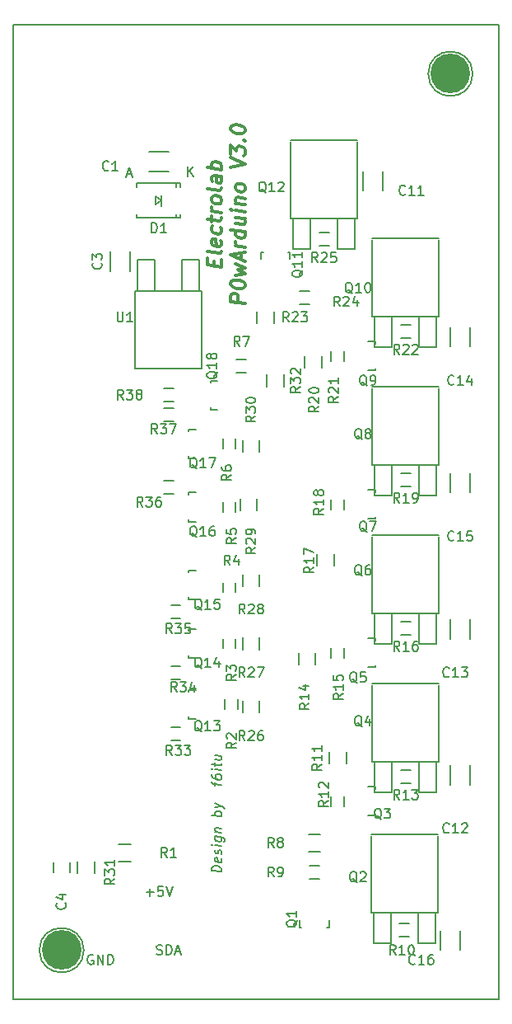
<source format=gto>
G04 #@! TF.GenerationSoftware,KiCad,Pcbnew,7.0.7*
G04 #@! TF.CreationDate,2024-01-02T20:56:29+01:00*
G04 #@! TF.ProjectId,ventirad,76656e74-6972-4616-942e-6b696361645f,rev?*
G04 #@! TF.SameCoordinates,Original*
G04 #@! TF.FileFunction,Legend,Top*
G04 #@! TF.FilePolarity,Positive*
%FSLAX46Y46*%
G04 Gerber Fmt 4.6, Leading zero omitted, Abs format (unit mm)*
G04 Created by KiCad (PCBNEW 7.0.7) date 2024-01-02 20:56:29*
%MOMM*%
%LPD*%
G01*
G04 APERTURE LIST*
%ADD10C,0.150000*%
%ADD11C,0.200000*%
%ADD12C,0.300000*%
%ADD13C,4.064000*%
G04 #@! TA.AperFunction,Profile*
%ADD14C,0.150000*%
G04 #@! TD*
G04 APERTURE END LIST*
D10*
X115238095Y-155502438D02*
X115142857Y-155454819D01*
X115142857Y-155454819D02*
X115000000Y-155454819D01*
X115000000Y-155454819D02*
X114857143Y-155502438D01*
X114857143Y-155502438D02*
X114761905Y-155597676D01*
X114761905Y-155597676D02*
X114714286Y-155692914D01*
X114714286Y-155692914D02*
X114666667Y-155883390D01*
X114666667Y-155883390D02*
X114666667Y-156026247D01*
X114666667Y-156026247D02*
X114714286Y-156216723D01*
X114714286Y-156216723D02*
X114761905Y-156311961D01*
X114761905Y-156311961D02*
X114857143Y-156407200D01*
X114857143Y-156407200D02*
X115000000Y-156454819D01*
X115000000Y-156454819D02*
X115095238Y-156454819D01*
X115095238Y-156454819D02*
X115238095Y-156407200D01*
X115238095Y-156407200D02*
X115285714Y-156359580D01*
X115285714Y-156359580D02*
X115285714Y-156026247D01*
X115285714Y-156026247D02*
X115095238Y-156026247D01*
X115714286Y-156454819D02*
X115714286Y-155454819D01*
X115714286Y-155454819D02*
X116285714Y-156454819D01*
X116285714Y-156454819D02*
X116285714Y-155454819D01*
X116761905Y-156454819D02*
X116761905Y-155454819D01*
X116761905Y-155454819D02*
X117000000Y-155454819D01*
X117000000Y-155454819D02*
X117142857Y-155502438D01*
X117142857Y-155502438D02*
X117238095Y-155597676D01*
X117238095Y-155597676D02*
X117285714Y-155692914D01*
X117285714Y-155692914D02*
X117333333Y-155883390D01*
X117333333Y-155883390D02*
X117333333Y-156026247D01*
X117333333Y-156026247D02*
X117285714Y-156216723D01*
X117285714Y-156216723D02*
X117238095Y-156311961D01*
X117238095Y-156311961D02*
X117142857Y-156407200D01*
X117142857Y-156407200D02*
X117000000Y-156454819D01*
X117000000Y-156454819D02*
X116761905Y-156454819D01*
X120714286Y-149073866D02*
X121476191Y-149073866D01*
X121095238Y-149454819D02*
X121095238Y-148692914D01*
X122428571Y-148454819D02*
X121952381Y-148454819D01*
X121952381Y-148454819D02*
X121904762Y-148931009D01*
X121904762Y-148931009D02*
X121952381Y-148883390D01*
X121952381Y-148883390D02*
X122047619Y-148835771D01*
X122047619Y-148835771D02*
X122285714Y-148835771D01*
X122285714Y-148835771D02*
X122380952Y-148883390D01*
X122380952Y-148883390D02*
X122428571Y-148931009D01*
X122428571Y-148931009D02*
X122476190Y-149026247D01*
X122476190Y-149026247D02*
X122476190Y-149264342D01*
X122476190Y-149264342D02*
X122428571Y-149359580D01*
X122428571Y-149359580D02*
X122380952Y-149407200D01*
X122380952Y-149407200D02*
X122285714Y-149454819D01*
X122285714Y-149454819D02*
X122047619Y-149454819D01*
X122047619Y-149454819D02*
X121952381Y-149407200D01*
X121952381Y-149407200D02*
X121904762Y-149359580D01*
X122761905Y-148454819D02*
X123095238Y-149454819D01*
X123095238Y-149454819D02*
X123428571Y-148454819D01*
X121785714Y-155407200D02*
X121928571Y-155454819D01*
X121928571Y-155454819D02*
X122166666Y-155454819D01*
X122166666Y-155454819D02*
X122261904Y-155407200D01*
X122261904Y-155407200D02*
X122309523Y-155359580D01*
X122309523Y-155359580D02*
X122357142Y-155264342D01*
X122357142Y-155264342D02*
X122357142Y-155169104D01*
X122357142Y-155169104D02*
X122309523Y-155073866D01*
X122309523Y-155073866D02*
X122261904Y-155026247D01*
X122261904Y-155026247D02*
X122166666Y-154978628D01*
X122166666Y-154978628D02*
X121976190Y-154931009D01*
X121976190Y-154931009D02*
X121880952Y-154883390D01*
X121880952Y-154883390D02*
X121833333Y-154835771D01*
X121833333Y-154835771D02*
X121785714Y-154740533D01*
X121785714Y-154740533D02*
X121785714Y-154645295D01*
X121785714Y-154645295D02*
X121833333Y-154550057D01*
X121833333Y-154550057D02*
X121880952Y-154502438D01*
X121880952Y-154502438D02*
X121976190Y-154454819D01*
X121976190Y-154454819D02*
X122214285Y-154454819D01*
X122214285Y-154454819D02*
X122357142Y-154502438D01*
X122785714Y-155454819D02*
X122785714Y-154454819D01*
X122785714Y-154454819D02*
X123023809Y-154454819D01*
X123023809Y-154454819D02*
X123166666Y-154502438D01*
X123166666Y-154502438D02*
X123261904Y-154597676D01*
X123261904Y-154597676D02*
X123309523Y-154692914D01*
X123309523Y-154692914D02*
X123357142Y-154883390D01*
X123357142Y-154883390D02*
X123357142Y-155026247D01*
X123357142Y-155026247D02*
X123309523Y-155216723D01*
X123309523Y-155216723D02*
X123261904Y-155311961D01*
X123261904Y-155311961D02*
X123166666Y-155407200D01*
X123166666Y-155407200D02*
X123023809Y-155454819D01*
X123023809Y-155454819D02*
X122785714Y-155454819D01*
X123738095Y-155169104D02*
X124214285Y-155169104D01*
X123642857Y-155454819D02*
X123976190Y-154454819D01*
X123976190Y-154454819D02*
X124309523Y-155454819D01*
D11*
X128452219Y-146958334D02*
X127452219Y-146833334D01*
X127452219Y-146833334D02*
X127452219Y-146595238D01*
X127452219Y-146595238D02*
X127499838Y-146458334D01*
X127499838Y-146458334D02*
X127595076Y-146375000D01*
X127595076Y-146375000D02*
X127690314Y-146339286D01*
X127690314Y-146339286D02*
X127880790Y-146315477D01*
X127880790Y-146315477D02*
X128023647Y-146333334D01*
X128023647Y-146333334D02*
X128214123Y-146404762D01*
X128214123Y-146404762D02*
X128309361Y-146464286D01*
X128309361Y-146464286D02*
X128404600Y-146571429D01*
X128404600Y-146571429D02*
X128452219Y-146720238D01*
X128452219Y-146720238D02*
X128452219Y-146958334D01*
X128404600Y-145571429D02*
X128452219Y-145672619D01*
X128452219Y-145672619D02*
X128452219Y-145863096D01*
X128452219Y-145863096D02*
X128404600Y-145952381D01*
X128404600Y-145952381D02*
X128309361Y-145988096D01*
X128309361Y-145988096D02*
X127928409Y-145940477D01*
X127928409Y-145940477D02*
X127833171Y-145880953D01*
X127833171Y-145880953D02*
X127785552Y-145779762D01*
X127785552Y-145779762D02*
X127785552Y-145589286D01*
X127785552Y-145589286D02*
X127833171Y-145500000D01*
X127833171Y-145500000D02*
X127928409Y-145464286D01*
X127928409Y-145464286D02*
X128023647Y-145476191D01*
X128023647Y-145476191D02*
X128118885Y-145964286D01*
X128404600Y-145142857D02*
X128452219Y-145053572D01*
X128452219Y-145053572D02*
X128452219Y-144863095D01*
X128452219Y-144863095D02*
X128404600Y-144761905D01*
X128404600Y-144761905D02*
X128309361Y-144702381D01*
X128309361Y-144702381D02*
X128261742Y-144696429D01*
X128261742Y-144696429D02*
X128166504Y-144732143D01*
X128166504Y-144732143D02*
X128118885Y-144821429D01*
X128118885Y-144821429D02*
X128118885Y-144964286D01*
X128118885Y-144964286D02*
X128071266Y-145053572D01*
X128071266Y-145053572D02*
X127976028Y-145089286D01*
X127976028Y-145089286D02*
X127928409Y-145083334D01*
X127928409Y-145083334D02*
X127833171Y-145023810D01*
X127833171Y-145023810D02*
X127785552Y-144922619D01*
X127785552Y-144922619D02*
X127785552Y-144779762D01*
X127785552Y-144779762D02*
X127833171Y-144690476D01*
X128452219Y-144291667D02*
X127785552Y-144208333D01*
X127452219Y-144166667D02*
X127499838Y-144220238D01*
X127499838Y-144220238D02*
X127547457Y-144178571D01*
X127547457Y-144178571D02*
X127499838Y-144125000D01*
X127499838Y-144125000D02*
X127452219Y-144166667D01*
X127452219Y-144166667D02*
X127547457Y-144178571D01*
X127785552Y-143303572D02*
X128595076Y-143404762D01*
X128595076Y-143404762D02*
X128690314Y-143464286D01*
X128690314Y-143464286D02*
X128737933Y-143517858D01*
X128737933Y-143517858D02*
X128785552Y-143619048D01*
X128785552Y-143619048D02*
X128785552Y-143761905D01*
X128785552Y-143761905D02*
X128737933Y-143851191D01*
X128404600Y-143380953D02*
X128452219Y-143482143D01*
X128452219Y-143482143D02*
X128452219Y-143672620D01*
X128452219Y-143672620D02*
X128404600Y-143761905D01*
X128404600Y-143761905D02*
X128356980Y-143803572D01*
X128356980Y-143803572D02*
X128261742Y-143839286D01*
X128261742Y-143839286D02*
X127976028Y-143803572D01*
X127976028Y-143803572D02*
X127880790Y-143744048D01*
X127880790Y-143744048D02*
X127833171Y-143690477D01*
X127833171Y-143690477D02*
X127785552Y-143589286D01*
X127785552Y-143589286D02*
X127785552Y-143398810D01*
X127785552Y-143398810D02*
X127833171Y-143309524D01*
X127785552Y-142827381D02*
X128452219Y-142910715D01*
X127880790Y-142839286D02*
X127833171Y-142785715D01*
X127833171Y-142785715D02*
X127785552Y-142684524D01*
X127785552Y-142684524D02*
X127785552Y-142541667D01*
X127785552Y-142541667D02*
X127833171Y-142452381D01*
X127833171Y-142452381D02*
X127928409Y-142416667D01*
X127928409Y-142416667D02*
X128452219Y-142482143D01*
X128452219Y-141244048D02*
X127452219Y-141119048D01*
X127833171Y-141166667D02*
X127785552Y-141065476D01*
X127785552Y-141065476D02*
X127785552Y-140875000D01*
X127785552Y-140875000D02*
X127833171Y-140785714D01*
X127833171Y-140785714D02*
X127880790Y-140744048D01*
X127880790Y-140744048D02*
X127976028Y-140708333D01*
X127976028Y-140708333D02*
X128261742Y-140744048D01*
X128261742Y-140744048D02*
X128356980Y-140803571D01*
X128356980Y-140803571D02*
X128404600Y-140857143D01*
X128404600Y-140857143D02*
X128452219Y-140958333D01*
X128452219Y-140958333D02*
X128452219Y-141148810D01*
X128452219Y-141148810D02*
X128404600Y-141238095D01*
X127785552Y-140351190D02*
X128452219Y-140196429D01*
X127785552Y-139875000D02*
X128452219Y-140196429D01*
X128452219Y-140196429D02*
X128690314Y-140321429D01*
X128690314Y-140321429D02*
X128737933Y-140375000D01*
X128737933Y-140375000D02*
X128785552Y-140476190D01*
X127785552Y-138113094D02*
X127785552Y-137732142D01*
X128452219Y-138053571D02*
X127595076Y-137946428D01*
X127595076Y-137946428D02*
X127499838Y-137886904D01*
X127499838Y-137886904D02*
X127452219Y-137785714D01*
X127452219Y-137785714D02*
X127452219Y-137690475D01*
X127452219Y-136928570D02*
X127452219Y-137119046D01*
X127452219Y-137119046D02*
X127499838Y-137220237D01*
X127499838Y-137220237D02*
X127547457Y-137273808D01*
X127547457Y-137273808D02*
X127690314Y-137386904D01*
X127690314Y-137386904D02*
X127880790Y-137458332D01*
X127880790Y-137458332D02*
X128261742Y-137505951D01*
X128261742Y-137505951D02*
X128356980Y-137470237D01*
X128356980Y-137470237D02*
X128404600Y-137428570D01*
X128404600Y-137428570D02*
X128452219Y-137339285D01*
X128452219Y-137339285D02*
X128452219Y-137148808D01*
X128452219Y-137148808D02*
X128404600Y-137047618D01*
X128404600Y-137047618D02*
X128356980Y-136994046D01*
X128356980Y-136994046D02*
X128261742Y-136934523D01*
X128261742Y-136934523D02*
X128023647Y-136904761D01*
X128023647Y-136904761D02*
X127928409Y-136940475D01*
X127928409Y-136940475D02*
X127880790Y-136982142D01*
X127880790Y-136982142D02*
X127833171Y-137071427D01*
X127833171Y-137071427D02*
X127833171Y-137261904D01*
X127833171Y-137261904D02*
X127880790Y-137363094D01*
X127880790Y-137363094D02*
X127928409Y-137416665D01*
X127928409Y-137416665D02*
X128023647Y-137476189D01*
X128452219Y-136529761D02*
X127785552Y-136446427D01*
X127452219Y-136404761D02*
X127499838Y-136458332D01*
X127499838Y-136458332D02*
X127547457Y-136416665D01*
X127547457Y-136416665D02*
X127499838Y-136363094D01*
X127499838Y-136363094D02*
X127452219Y-136404761D01*
X127452219Y-136404761D02*
X127547457Y-136416665D01*
X127785552Y-136113094D02*
X127785552Y-135732142D01*
X127452219Y-135928571D02*
X128309361Y-136035714D01*
X128309361Y-136035714D02*
X128404600Y-135999999D01*
X128404600Y-135999999D02*
X128452219Y-135910714D01*
X128452219Y-135910714D02*
X128452219Y-135815475D01*
X127785552Y-134970237D02*
X128452219Y-135053570D01*
X127785552Y-135398808D02*
X128309361Y-135464285D01*
X128309361Y-135464285D02*
X128404600Y-135428570D01*
X128404600Y-135428570D02*
X128452219Y-135339285D01*
X128452219Y-135339285D02*
X128452219Y-135196427D01*
X128452219Y-135196427D02*
X128404600Y-135095237D01*
X128404600Y-135095237D02*
X128356980Y-135041665D01*
D12*
X127685114Y-84732142D02*
X127685114Y-84232142D01*
X128470828Y-84116071D02*
X128470828Y-84830356D01*
X128470828Y-84830356D02*
X126970828Y-84642856D01*
X126970828Y-84642856D02*
X126970828Y-83928571D01*
X128470828Y-83258928D02*
X128399400Y-83392856D01*
X128399400Y-83392856D02*
X128256542Y-83446428D01*
X128256542Y-83446428D02*
X126970828Y-83285713D01*
X128399400Y-82107142D02*
X128470828Y-82258928D01*
X128470828Y-82258928D02*
X128470828Y-82544642D01*
X128470828Y-82544642D02*
X128399400Y-82678571D01*
X128399400Y-82678571D02*
X128256542Y-82732142D01*
X128256542Y-82732142D02*
X127685114Y-82660714D01*
X127685114Y-82660714D02*
X127542257Y-82571428D01*
X127542257Y-82571428D02*
X127470828Y-82419642D01*
X127470828Y-82419642D02*
X127470828Y-82133928D01*
X127470828Y-82133928D02*
X127542257Y-81999999D01*
X127542257Y-81999999D02*
X127685114Y-81946428D01*
X127685114Y-81946428D02*
X127827971Y-81964285D01*
X127827971Y-81964285D02*
X127970828Y-82696428D01*
X128399400Y-80750000D02*
X128470828Y-80901785D01*
X128470828Y-80901785D02*
X128470828Y-81187500D01*
X128470828Y-81187500D02*
X128399400Y-81321428D01*
X128399400Y-81321428D02*
X128327971Y-81383928D01*
X128327971Y-81383928D02*
X128185114Y-81437500D01*
X128185114Y-81437500D02*
X127756542Y-81383928D01*
X127756542Y-81383928D02*
X127613685Y-81294642D01*
X127613685Y-81294642D02*
X127542257Y-81214285D01*
X127542257Y-81214285D02*
X127470828Y-81062500D01*
X127470828Y-81062500D02*
X127470828Y-80776785D01*
X127470828Y-80776785D02*
X127542257Y-80642857D01*
X127470828Y-80205357D02*
X127470828Y-79633928D01*
X126970828Y-79928571D02*
X128256542Y-80089286D01*
X128256542Y-80089286D02*
X128399400Y-80035714D01*
X128399400Y-80035714D02*
X128470828Y-79901786D01*
X128470828Y-79901786D02*
X128470828Y-79758928D01*
X128470828Y-79258928D02*
X127470828Y-79133928D01*
X127756542Y-79169643D02*
X127613685Y-79080357D01*
X127613685Y-79080357D02*
X127542257Y-79000000D01*
X127542257Y-79000000D02*
X127470828Y-78848214D01*
X127470828Y-78848214D02*
X127470828Y-78705357D01*
X128470828Y-78116072D02*
X128399400Y-78250000D01*
X128399400Y-78250000D02*
X128327971Y-78312500D01*
X128327971Y-78312500D02*
X128185114Y-78366072D01*
X128185114Y-78366072D02*
X127756542Y-78312500D01*
X127756542Y-78312500D02*
X127613685Y-78223214D01*
X127613685Y-78223214D02*
X127542257Y-78142857D01*
X127542257Y-78142857D02*
X127470828Y-77991072D01*
X127470828Y-77991072D02*
X127470828Y-77776786D01*
X127470828Y-77776786D02*
X127542257Y-77642857D01*
X127542257Y-77642857D02*
X127613685Y-77580357D01*
X127613685Y-77580357D02*
X127756542Y-77526786D01*
X127756542Y-77526786D02*
X128185114Y-77580357D01*
X128185114Y-77580357D02*
X128327971Y-77669643D01*
X128327971Y-77669643D02*
X128399400Y-77750000D01*
X128399400Y-77750000D02*
X128470828Y-77901786D01*
X128470828Y-77901786D02*
X128470828Y-78116072D01*
X128470828Y-76758929D02*
X128399400Y-76892857D01*
X128399400Y-76892857D02*
X128256542Y-76946429D01*
X128256542Y-76946429D02*
X126970828Y-76785714D01*
X128470828Y-75544643D02*
X127685114Y-75446429D01*
X127685114Y-75446429D02*
X127542257Y-75500000D01*
X127542257Y-75500000D02*
X127470828Y-75633929D01*
X127470828Y-75633929D02*
X127470828Y-75919643D01*
X127470828Y-75919643D02*
X127542257Y-76071429D01*
X128399400Y-75535715D02*
X128470828Y-75687500D01*
X128470828Y-75687500D02*
X128470828Y-76044643D01*
X128470828Y-76044643D02*
X128399400Y-76178572D01*
X128399400Y-76178572D02*
X128256542Y-76232143D01*
X128256542Y-76232143D02*
X128113685Y-76214286D01*
X128113685Y-76214286D02*
X127970828Y-76125000D01*
X127970828Y-76125000D02*
X127899400Y-75973215D01*
X127899400Y-75973215D02*
X127899400Y-75616072D01*
X127899400Y-75616072D02*
X127827971Y-75464286D01*
X128470828Y-74830357D02*
X126970828Y-74642857D01*
X127542257Y-74714286D02*
X127470828Y-74562500D01*
X127470828Y-74562500D02*
X127470828Y-74276786D01*
X127470828Y-74276786D02*
X127542257Y-74142857D01*
X127542257Y-74142857D02*
X127613685Y-74080357D01*
X127613685Y-74080357D02*
X127756542Y-74026786D01*
X127756542Y-74026786D02*
X128185114Y-74080357D01*
X128185114Y-74080357D02*
X128327971Y-74169643D01*
X128327971Y-74169643D02*
X128399400Y-74250000D01*
X128399400Y-74250000D02*
X128470828Y-74401786D01*
X128470828Y-74401786D02*
X128470828Y-74687500D01*
X128470828Y-74687500D02*
X128399400Y-74821429D01*
X130885828Y-88580356D02*
X129385828Y-88392856D01*
X129385828Y-88392856D02*
X129385828Y-87821428D01*
X129385828Y-87821428D02*
X129457257Y-87687499D01*
X129457257Y-87687499D02*
X129528685Y-87624999D01*
X129528685Y-87624999D02*
X129671542Y-87571428D01*
X129671542Y-87571428D02*
X129885828Y-87598213D01*
X129885828Y-87598213D02*
X130028685Y-87687499D01*
X130028685Y-87687499D02*
X130100114Y-87767856D01*
X130100114Y-87767856D02*
X130171542Y-87919642D01*
X130171542Y-87919642D02*
X130171542Y-88491071D01*
X129385828Y-86607142D02*
X129385828Y-86464285D01*
X129385828Y-86464285D02*
X129457257Y-86330356D01*
X129457257Y-86330356D02*
X129528685Y-86267856D01*
X129528685Y-86267856D02*
X129671542Y-86214285D01*
X129671542Y-86214285D02*
X129957257Y-86178571D01*
X129957257Y-86178571D02*
X130314400Y-86223213D01*
X130314400Y-86223213D02*
X130600114Y-86330356D01*
X130600114Y-86330356D02*
X130742971Y-86419642D01*
X130742971Y-86419642D02*
X130814400Y-86499999D01*
X130814400Y-86499999D02*
X130885828Y-86651785D01*
X130885828Y-86651785D02*
X130885828Y-86794642D01*
X130885828Y-86794642D02*
X130814400Y-86928571D01*
X130814400Y-86928571D02*
X130742971Y-86991071D01*
X130742971Y-86991071D02*
X130600114Y-87044642D01*
X130600114Y-87044642D02*
X130314400Y-87080356D01*
X130314400Y-87080356D02*
X129957257Y-87035713D01*
X129957257Y-87035713D02*
X129671542Y-86928571D01*
X129671542Y-86928571D02*
X129528685Y-86839285D01*
X129528685Y-86839285D02*
X129457257Y-86758928D01*
X129457257Y-86758928D02*
X129385828Y-86607142D01*
X129885828Y-85669642D02*
X130885828Y-85508928D01*
X130885828Y-85508928D02*
X130171542Y-85133928D01*
X130171542Y-85133928D02*
X130885828Y-84937500D01*
X130885828Y-84937500D02*
X129885828Y-84526785D01*
X130457257Y-84098213D02*
X130457257Y-83383928D01*
X130885828Y-84294642D02*
X129385828Y-83607142D01*
X129385828Y-83607142D02*
X130885828Y-83294642D01*
X130885828Y-82794642D02*
X129885828Y-82669642D01*
X130171542Y-82705357D02*
X130028685Y-82616071D01*
X130028685Y-82616071D02*
X129957257Y-82535714D01*
X129957257Y-82535714D02*
X129885828Y-82383928D01*
X129885828Y-82383928D02*
X129885828Y-82241071D01*
X130885828Y-81223214D02*
X129385828Y-81035714D01*
X130814400Y-81214286D02*
X130885828Y-81366071D01*
X130885828Y-81366071D02*
X130885828Y-81651786D01*
X130885828Y-81651786D02*
X130814400Y-81785714D01*
X130814400Y-81785714D02*
X130742971Y-81848214D01*
X130742971Y-81848214D02*
X130600114Y-81901786D01*
X130600114Y-81901786D02*
X130171542Y-81848214D01*
X130171542Y-81848214D02*
X130028685Y-81758928D01*
X130028685Y-81758928D02*
X129957257Y-81678571D01*
X129957257Y-81678571D02*
X129885828Y-81526786D01*
X129885828Y-81526786D02*
X129885828Y-81241071D01*
X129885828Y-81241071D02*
X129957257Y-81107143D01*
X129885828Y-79741071D02*
X130885828Y-79866071D01*
X129885828Y-80383928D02*
X130671542Y-80482143D01*
X130671542Y-80482143D02*
X130814400Y-80428571D01*
X130814400Y-80428571D02*
X130885828Y-80294643D01*
X130885828Y-80294643D02*
X130885828Y-80080357D01*
X130885828Y-80080357D02*
X130814400Y-79928571D01*
X130814400Y-79928571D02*
X130742971Y-79848214D01*
X130885828Y-79151785D02*
X129885828Y-79026785D01*
X129385828Y-78964285D02*
X129457257Y-79044642D01*
X129457257Y-79044642D02*
X129528685Y-78982142D01*
X129528685Y-78982142D02*
X129457257Y-78901785D01*
X129457257Y-78901785D02*
X129385828Y-78964285D01*
X129385828Y-78964285D02*
X129528685Y-78982142D01*
X129885828Y-78312499D02*
X130885828Y-78437499D01*
X130028685Y-78330356D02*
X129957257Y-78249999D01*
X129957257Y-78249999D02*
X129885828Y-78098214D01*
X129885828Y-78098214D02*
X129885828Y-77883928D01*
X129885828Y-77883928D02*
X129957257Y-77749999D01*
X129957257Y-77749999D02*
X130100114Y-77696428D01*
X130100114Y-77696428D02*
X130885828Y-77794642D01*
X130885828Y-76866071D02*
X130814400Y-76999999D01*
X130814400Y-76999999D02*
X130742971Y-77062499D01*
X130742971Y-77062499D02*
X130600114Y-77116071D01*
X130600114Y-77116071D02*
X130171542Y-77062499D01*
X130171542Y-77062499D02*
X130028685Y-76973213D01*
X130028685Y-76973213D02*
X129957257Y-76892856D01*
X129957257Y-76892856D02*
X129885828Y-76741071D01*
X129885828Y-76741071D02*
X129885828Y-76526785D01*
X129885828Y-76526785D02*
X129957257Y-76392856D01*
X129957257Y-76392856D02*
X130028685Y-76330356D01*
X130028685Y-76330356D02*
X130171542Y-76276785D01*
X130171542Y-76276785D02*
X130600114Y-76330356D01*
X130600114Y-76330356D02*
X130742971Y-76419642D01*
X130742971Y-76419642D02*
X130814400Y-76499999D01*
X130814400Y-76499999D02*
X130885828Y-76651785D01*
X130885828Y-76651785D02*
X130885828Y-76866071D01*
X129385828Y-74607142D02*
X130885828Y-74294642D01*
X130885828Y-74294642D02*
X129385828Y-73607142D01*
X129385828Y-73249999D02*
X129385828Y-72321428D01*
X129385828Y-72321428D02*
X129957257Y-72892857D01*
X129957257Y-72892857D02*
X129957257Y-72678571D01*
X129957257Y-72678571D02*
X130028685Y-72544642D01*
X130028685Y-72544642D02*
X130100114Y-72482142D01*
X130100114Y-72482142D02*
X130242971Y-72428571D01*
X130242971Y-72428571D02*
X130600114Y-72473214D01*
X130600114Y-72473214D02*
X130742971Y-72562499D01*
X130742971Y-72562499D02*
X130814400Y-72642857D01*
X130814400Y-72642857D02*
X130885828Y-72794642D01*
X130885828Y-72794642D02*
X130885828Y-73223214D01*
X130885828Y-73223214D02*
X130814400Y-73357142D01*
X130814400Y-73357142D02*
X130742971Y-73419642D01*
X130742971Y-71848214D02*
X130814400Y-71785714D01*
X130814400Y-71785714D02*
X130885828Y-71866071D01*
X130885828Y-71866071D02*
X130814400Y-71928571D01*
X130814400Y-71928571D02*
X130742971Y-71848214D01*
X130742971Y-71848214D02*
X130885828Y-71866071D01*
X129385828Y-70678571D02*
X129385828Y-70535714D01*
X129385828Y-70535714D02*
X129457257Y-70401785D01*
X129457257Y-70401785D02*
X129528685Y-70339285D01*
X129528685Y-70339285D02*
X129671542Y-70285714D01*
X129671542Y-70285714D02*
X129957257Y-70250000D01*
X129957257Y-70250000D02*
X130314400Y-70294642D01*
X130314400Y-70294642D02*
X130600114Y-70401785D01*
X130600114Y-70401785D02*
X130742971Y-70491071D01*
X130742971Y-70491071D02*
X130814400Y-70571428D01*
X130814400Y-70571428D02*
X130885828Y-70723214D01*
X130885828Y-70723214D02*
X130885828Y-70866071D01*
X130885828Y-70866071D02*
X130814400Y-71000000D01*
X130814400Y-71000000D02*
X130742971Y-71062500D01*
X130742971Y-71062500D02*
X130600114Y-71116071D01*
X130600114Y-71116071D02*
X130314400Y-71151785D01*
X130314400Y-71151785D02*
X129957257Y-71107142D01*
X129957257Y-71107142D02*
X129671542Y-71000000D01*
X129671542Y-71000000D02*
X129528685Y-70910714D01*
X129528685Y-70910714D02*
X129457257Y-70830357D01*
X129457257Y-70830357D02*
X129385828Y-70678571D01*
D10*
X116833333Y-74859580D02*
X116785714Y-74907200D01*
X116785714Y-74907200D02*
X116642857Y-74954819D01*
X116642857Y-74954819D02*
X116547619Y-74954819D01*
X116547619Y-74954819D02*
X116404762Y-74907200D01*
X116404762Y-74907200D02*
X116309524Y-74811961D01*
X116309524Y-74811961D02*
X116261905Y-74716723D01*
X116261905Y-74716723D02*
X116214286Y-74526247D01*
X116214286Y-74526247D02*
X116214286Y-74383390D01*
X116214286Y-74383390D02*
X116261905Y-74192914D01*
X116261905Y-74192914D02*
X116309524Y-74097676D01*
X116309524Y-74097676D02*
X116404762Y-74002438D01*
X116404762Y-74002438D02*
X116547619Y-73954819D01*
X116547619Y-73954819D02*
X116642857Y-73954819D01*
X116642857Y-73954819D02*
X116785714Y-74002438D01*
X116785714Y-74002438D02*
X116833333Y-74050057D01*
X117785714Y-74954819D02*
X117214286Y-74954819D01*
X117500000Y-74954819D02*
X117500000Y-73954819D01*
X117500000Y-73954819D02*
X117404762Y-74097676D01*
X117404762Y-74097676D02*
X117309524Y-74192914D01*
X117309524Y-74192914D02*
X117214286Y-74240533D01*
X116059580Y-84416666D02*
X116107200Y-84464285D01*
X116107200Y-84464285D02*
X116154819Y-84607142D01*
X116154819Y-84607142D02*
X116154819Y-84702380D01*
X116154819Y-84702380D02*
X116107200Y-84845237D01*
X116107200Y-84845237D02*
X116011961Y-84940475D01*
X116011961Y-84940475D02*
X115916723Y-84988094D01*
X115916723Y-84988094D02*
X115726247Y-85035713D01*
X115726247Y-85035713D02*
X115583390Y-85035713D01*
X115583390Y-85035713D02*
X115392914Y-84988094D01*
X115392914Y-84988094D02*
X115297676Y-84940475D01*
X115297676Y-84940475D02*
X115202438Y-84845237D01*
X115202438Y-84845237D02*
X115154819Y-84702380D01*
X115154819Y-84702380D02*
X115154819Y-84607142D01*
X115154819Y-84607142D02*
X115202438Y-84464285D01*
X115202438Y-84464285D02*
X115250057Y-84416666D01*
X115154819Y-84083332D02*
X115154819Y-83464285D01*
X115154819Y-83464285D02*
X115535771Y-83797618D01*
X115535771Y-83797618D02*
X115535771Y-83654761D01*
X115535771Y-83654761D02*
X115583390Y-83559523D01*
X115583390Y-83559523D02*
X115631009Y-83511904D01*
X115631009Y-83511904D02*
X115726247Y-83464285D01*
X115726247Y-83464285D02*
X115964342Y-83464285D01*
X115964342Y-83464285D02*
X116059580Y-83511904D01*
X116059580Y-83511904D02*
X116107200Y-83559523D01*
X116107200Y-83559523D02*
X116154819Y-83654761D01*
X116154819Y-83654761D02*
X116154819Y-83940475D01*
X116154819Y-83940475D02*
X116107200Y-84035713D01*
X116107200Y-84035713D02*
X116059580Y-84083332D01*
X112359580Y-150166666D02*
X112407200Y-150214285D01*
X112407200Y-150214285D02*
X112454819Y-150357142D01*
X112454819Y-150357142D02*
X112454819Y-150452380D01*
X112454819Y-150452380D02*
X112407200Y-150595237D01*
X112407200Y-150595237D02*
X112311961Y-150690475D01*
X112311961Y-150690475D02*
X112216723Y-150738094D01*
X112216723Y-150738094D02*
X112026247Y-150785713D01*
X112026247Y-150785713D02*
X111883390Y-150785713D01*
X111883390Y-150785713D02*
X111692914Y-150738094D01*
X111692914Y-150738094D02*
X111597676Y-150690475D01*
X111597676Y-150690475D02*
X111502438Y-150595237D01*
X111502438Y-150595237D02*
X111454819Y-150452380D01*
X111454819Y-150452380D02*
X111454819Y-150357142D01*
X111454819Y-150357142D02*
X111502438Y-150214285D01*
X111502438Y-150214285D02*
X111550057Y-150166666D01*
X111788152Y-149309523D02*
X112454819Y-149309523D01*
X111407200Y-149547618D02*
X112121485Y-149785713D01*
X112121485Y-149785713D02*
X112121485Y-149166666D01*
X136244057Y-151886238D02*
X136196438Y-151981476D01*
X136196438Y-151981476D02*
X136101200Y-152076714D01*
X136101200Y-152076714D02*
X135958342Y-152219571D01*
X135958342Y-152219571D02*
X135910723Y-152314809D01*
X135910723Y-152314809D02*
X135910723Y-152410047D01*
X136148819Y-152362428D02*
X136101200Y-152457666D01*
X136101200Y-152457666D02*
X136005961Y-152552904D01*
X136005961Y-152552904D02*
X135815485Y-152600523D01*
X135815485Y-152600523D02*
X135482152Y-152600523D01*
X135482152Y-152600523D02*
X135291676Y-152552904D01*
X135291676Y-152552904D02*
X135196438Y-152457666D01*
X135196438Y-152457666D02*
X135148819Y-152362428D01*
X135148819Y-152362428D02*
X135148819Y-152171952D01*
X135148819Y-152171952D02*
X135196438Y-152076714D01*
X135196438Y-152076714D02*
X135291676Y-151981476D01*
X135291676Y-151981476D02*
X135482152Y-151933857D01*
X135482152Y-151933857D02*
X135815485Y-151933857D01*
X135815485Y-151933857D02*
X136005961Y-151981476D01*
X136005961Y-151981476D02*
X136101200Y-152076714D01*
X136101200Y-152076714D02*
X136148819Y-152171952D01*
X136148819Y-152171952D02*
X136148819Y-152362428D01*
X136148819Y-150981476D02*
X136148819Y-151552904D01*
X136148819Y-151267190D02*
X135148819Y-151267190D01*
X135148819Y-151267190D02*
X135291676Y-151362428D01*
X135291676Y-151362428D02*
X135386914Y-151457666D01*
X135386914Y-151457666D02*
X135434533Y-151552904D01*
X142404761Y-148050057D02*
X142309523Y-148002438D01*
X142309523Y-148002438D02*
X142214285Y-147907200D01*
X142214285Y-147907200D02*
X142071428Y-147764342D01*
X142071428Y-147764342D02*
X141976190Y-147716723D01*
X141976190Y-147716723D02*
X141880952Y-147716723D01*
X141928571Y-147954819D02*
X141833333Y-147907200D01*
X141833333Y-147907200D02*
X141738095Y-147811961D01*
X141738095Y-147811961D02*
X141690476Y-147621485D01*
X141690476Y-147621485D02*
X141690476Y-147288152D01*
X141690476Y-147288152D02*
X141738095Y-147097676D01*
X141738095Y-147097676D02*
X141833333Y-147002438D01*
X141833333Y-147002438D02*
X141928571Y-146954819D01*
X141928571Y-146954819D02*
X142119047Y-146954819D01*
X142119047Y-146954819D02*
X142214285Y-147002438D01*
X142214285Y-147002438D02*
X142309523Y-147097676D01*
X142309523Y-147097676D02*
X142357142Y-147288152D01*
X142357142Y-147288152D02*
X142357142Y-147621485D01*
X142357142Y-147621485D02*
X142309523Y-147811961D01*
X142309523Y-147811961D02*
X142214285Y-147907200D01*
X142214285Y-147907200D02*
X142119047Y-147954819D01*
X142119047Y-147954819D02*
X141928571Y-147954819D01*
X142738095Y-147050057D02*
X142785714Y-147002438D01*
X142785714Y-147002438D02*
X142880952Y-146954819D01*
X142880952Y-146954819D02*
X143119047Y-146954819D01*
X143119047Y-146954819D02*
X143214285Y-147002438D01*
X143214285Y-147002438D02*
X143261904Y-147050057D01*
X143261904Y-147050057D02*
X143309523Y-147145295D01*
X143309523Y-147145295D02*
X143309523Y-147240533D01*
X143309523Y-147240533D02*
X143261904Y-147383390D01*
X143261904Y-147383390D02*
X142690476Y-147954819D01*
X142690476Y-147954819D02*
X143309523Y-147954819D01*
X144904761Y-141550057D02*
X144809523Y-141502438D01*
X144809523Y-141502438D02*
X144714285Y-141407200D01*
X144714285Y-141407200D02*
X144571428Y-141264342D01*
X144571428Y-141264342D02*
X144476190Y-141216723D01*
X144476190Y-141216723D02*
X144380952Y-141216723D01*
X144428571Y-141454819D02*
X144333333Y-141407200D01*
X144333333Y-141407200D02*
X144238095Y-141311961D01*
X144238095Y-141311961D02*
X144190476Y-141121485D01*
X144190476Y-141121485D02*
X144190476Y-140788152D01*
X144190476Y-140788152D02*
X144238095Y-140597676D01*
X144238095Y-140597676D02*
X144333333Y-140502438D01*
X144333333Y-140502438D02*
X144428571Y-140454819D01*
X144428571Y-140454819D02*
X144619047Y-140454819D01*
X144619047Y-140454819D02*
X144714285Y-140502438D01*
X144714285Y-140502438D02*
X144809523Y-140597676D01*
X144809523Y-140597676D02*
X144857142Y-140788152D01*
X144857142Y-140788152D02*
X144857142Y-141121485D01*
X144857142Y-141121485D02*
X144809523Y-141311961D01*
X144809523Y-141311961D02*
X144714285Y-141407200D01*
X144714285Y-141407200D02*
X144619047Y-141454819D01*
X144619047Y-141454819D02*
X144428571Y-141454819D01*
X145190476Y-140454819D02*
X145809523Y-140454819D01*
X145809523Y-140454819D02*
X145476190Y-140835771D01*
X145476190Y-140835771D02*
X145619047Y-140835771D01*
X145619047Y-140835771D02*
X145714285Y-140883390D01*
X145714285Y-140883390D02*
X145761904Y-140931009D01*
X145761904Y-140931009D02*
X145809523Y-141026247D01*
X145809523Y-141026247D02*
X145809523Y-141264342D01*
X145809523Y-141264342D02*
X145761904Y-141359580D01*
X145761904Y-141359580D02*
X145714285Y-141407200D01*
X145714285Y-141407200D02*
X145619047Y-141454819D01*
X145619047Y-141454819D02*
X145333333Y-141454819D01*
X145333333Y-141454819D02*
X145238095Y-141407200D01*
X145238095Y-141407200D02*
X145190476Y-141359580D01*
X142904761Y-132050057D02*
X142809523Y-132002438D01*
X142809523Y-132002438D02*
X142714285Y-131907200D01*
X142714285Y-131907200D02*
X142571428Y-131764342D01*
X142571428Y-131764342D02*
X142476190Y-131716723D01*
X142476190Y-131716723D02*
X142380952Y-131716723D01*
X142428571Y-131954819D02*
X142333333Y-131907200D01*
X142333333Y-131907200D02*
X142238095Y-131811961D01*
X142238095Y-131811961D02*
X142190476Y-131621485D01*
X142190476Y-131621485D02*
X142190476Y-131288152D01*
X142190476Y-131288152D02*
X142238095Y-131097676D01*
X142238095Y-131097676D02*
X142333333Y-131002438D01*
X142333333Y-131002438D02*
X142428571Y-130954819D01*
X142428571Y-130954819D02*
X142619047Y-130954819D01*
X142619047Y-130954819D02*
X142714285Y-131002438D01*
X142714285Y-131002438D02*
X142809523Y-131097676D01*
X142809523Y-131097676D02*
X142857142Y-131288152D01*
X142857142Y-131288152D02*
X142857142Y-131621485D01*
X142857142Y-131621485D02*
X142809523Y-131811961D01*
X142809523Y-131811961D02*
X142714285Y-131907200D01*
X142714285Y-131907200D02*
X142619047Y-131954819D01*
X142619047Y-131954819D02*
X142428571Y-131954819D01*
X143714285Y-131288152D02*
X143714285Y-131954819D01*
X143476190Y-130907200D02*
X143238095Y-131621485D01*
X143238095Y-131621485D02*
X143857142Y-131621485D01*
X142404761Y-127550057D02*
X142309523Y-127502438D01*
X142309523Y-127502438D02*
X142214285Y-127407200D01*
X142214285Y-127407200D02*
X142071428Y-127264342D01*
X142071428Y-127264342D02*
X141976190Y-127216723D01*
X141976190Y-127216723D02*
X141880952Y-127216723D01*
X141928571Y-127454819D02*
X141833333Y-127407200D01*
X141833333Y-127407200D02*
X141738095Y-127311961D01*
X141738095Y-127311961D02*
X141690476Y-127121485D01*
X141690476Y-127121485D02*
X141690476Y-126788152D01*
X141690476Y-126788152D02*
X141738095Y-126597676D01*
X141738095Y-126597676D02*
X141833333Y-126502438D01*
X141833333Y-126502438D02*
X141928571Y-126454819D01*
X141928571Y-126454819D02*
X142119047Y-126454819D01*
X142119047Y-126454819D02*
X142214285Y-126502438D01*
X142214285Y-126502438D02*
X142309523Y-126597676D01*
X142309523Y-126597676D02*
X142357142Y-126788152D01*
X142357142Y-126788152D02*
X142357142Y-127121485D01*
X142357142Y-127121485D02*
X142309523Y-127311961D01*
X142309523Y-127311961D02*
X142214285Y-127407200D01*
X142214285Y-127407200D02*
X142119047Y-127454819D01*
X142119047Y-127454819D02*
X141928571Y-127454819D01*
X143261904Y-126454819D02*
X142785714Y-126454819D01*
X142785714Y-126454819D02*
X142738095Y-126931009D01*
X142738095Y-126931009D02*
X142785714Y-126883390D01*
X142785714Y-126883390D02*
X142880952Y-126835771D01*
X142880952Y-126835771D02*
X143119047Y-126835771D01*
X143119047Y-126835771D02*
X143214285Y-126883390D01*
X143214285Y-126883390D02*
X143261904Y-126931009D01*
X143261904Y-126931009D02*
X143309523Y-127026247D01*
X143309523Y-127026247D02*
X143309523Y-127264342D01*
X143309523Y-127264342D02*
X143261904Y-127359580D01*
X143261904Y-127359580D02*
X143214285Y-127407200D01*
X143214285Y-127407200D02*
X143119047Y-127454819D01*
X143119047Y-127454819D02*
X142880952Y-127454819D01*
X142880952Y-127454819D02*
X142785714Y-127407200D01*
X142785714Y-127407200D02*
X142738095Y-127359580D01*
X142904761Y-116550057D02*
X142809523Y-116502438D01*
X142809523Y-116502438D02*
X142714285Y-116407200D01*
X142714285Y-116407200D02*
X142571428Y-116264342D01*
X142571428Y-116264342D02*
X142476190Y-116216723D01*
X142476190Y-116216723D02*
X142380952Y-116216723D01*
X142428571Y-116454819D02*
X142333333Y-116407200D01*
X142333333Y-116407200D02*
X142238095Y-116311961D01*
X142238095Y-116311961D02*
X142190476Y-116121485D01*
X142190476Y-116121485D02*
X142190476Y-115788152D01*
X142190476Y-115788152D02*
X142238095Y-115597676D01*
X142238095Y-115597676D02*
X142333333Y-115502438D01*
X142333333Y-115502438D02*
X142428571Y-115454819D01*
X142428571Y-115454819D02*
X142619047Y-115454819D01*
X142619047Y-115454819D02*
X142714285Y-115502438D01*
X142714285Y-115502438D02*
X142809523Y-115597676D01*
X142809523Y-115597676D02*
X142857142Y-115788152D01*
X142857142Y-115788152D02*
X142857142Y-116121485D01*
X142857142Y-116121485D02*
X142809523Y-116311961D01*
X142809523Y-116311961D02*
X142714285Y-116407200D01*
X142714285Y-116407200D02*
X142619047Y-116454819D01*
X142619047Y-116454819D02*
X142428571Y-116454819D01*
X143714285Y-115454819D02*
X143523809Y-115454819D01*
X143523809Y-115454819D02*
X143428571Y-115502438D01*
X143428571Y-115502438D02*
X143380952Y-115550057D01*
X143380952Y-115550057D02*
X143285714Y-115692914D01*
X143285714Y-115692914D02*
X143238095Y-115883390D01*
X143238095Y-115883390D02*
X143238095Y-116264342D01*
X143238095Y-116264342D02*
X143285714Y-116359580D01*
X143285714Y-116359580D02*
X143333333Y-116407200D01*
X143333333Y-116407200D02*
X143428571Y-116454819D01*
X143428571Y-116454819D02*
X143619047Y-116454819D01*
X143619047Y-116454819D02*
X143714285Y-116407200D01*
X143714285Y-116407200D02*
X143761904Y-116359580D01*
X143761904Y-116359580D02*
X143809523Y-116264342D01*
X143809523Y-116264342D02*
X143809523Y-116026247D01*
X143809523Y-116026247D02*
X143761904Y-115931009D01*
X143761904Y-115931009D02*
X143714285Y-115883390D01*
X143714285Y-115883390D02*
X143619047Y-115835771D01*
X143619047Y-115835771D02*
X143428571Y-115835771D01*
X143428571Y-115835771D02*
X143333333Y-115883390D01*
X143333333Y-115883390D02*
X143285714Y-115931009D01*
X143285714Y-115931009D02*
X143238095Y-116026247D01*
X143404761Y-112050057D02*
X143309523Y-112002438D01*
X143309523Y-112002438D02*
X143214285Y-111907200D01*
X143214285Y-111907200D02*
X143071428Y-111764342D01*
X143071428Y-111764342D02*
X142976190Y-111716723D01*
X142976190Y-111716723D02*
X142880952Y-111716723D01*
X142928571Y-111954819D02*
X142833333Y-111907200D01*
X142833333Y-111907200D02*
X142738095Y-111811961D01*
X142738095Y-111811961D02*
X142690476Y-111621485D01*
X142690476Y-111621485D02*
X142690476Y-111288152D01*
X142690476Y-111288152D02*
X142738095Y-111097676D01*
X142738095Y-111097676D02*
X142833333Y-111002438D01*
X142833333Y-111002438D02*
X142928571Y-110954819D01*
X142928571Y-110954819D02*
X143119047Y-110954819D01*
X143119047Y-110954819D02*
X143214285Y-111002438D01*
X143214285Y-111002438D02*
X143309523Y-111097676D01*
X143309523Y-111097676D02*
X143357142Y-111288152D01*
X143357142Y-111288152D02*
X143357142Y-111621485D01*
X143357142Y-111621485D02*
X143309523Y-111811961D01*
X143309523Y-111811961D02*
X143214285Y-111907200D01*
X143214285Y-111907200D02*
X143119047Y-111954819D01*
X143119047Y-111954819D02*
X142928571Y-111954819D01*
X143690476Y-110954819D02*
X144357142Y-110954819D01*
X144357142Y-110954819D02*
X143928571Y-111954819D01*
X142904761Y-102550057D02*
X142809523Y-102502438D01*
X142809523Y-102502438D02*
X142714285Y-102407200D01*
X142714285Y-102407200D02*
X142571428Y-102264342D01*
X142571428Y-102264342D02*
X142476190Y-102216723D01*
X142476190Y-102216723D02*
X142380952Y-102216723D01*
X142428571Y-102454819D02*
X142333333Y-102407200D01*
X142333333Y-102407200D02*
X142238095Y-102311961D01*
X142238095Y-102311961D02*
X142190476Y-102121485D01*
X142190476Y-102121485D02*
X142190476Y-101788152D01*
X142190476Y-101788152D02*
X142238095Y-101597676D01*
X142238095Y-101597676D02*
X142333333Y-101502438D01*
X142333333Y-101502438D02*
X142428571Y-101454819D01*
X142428571Y-101454819D02*
X142619047Y-101454819D01*
X142619047Y-101454819D02*
X142714285Y-101502438D01*
X142714285Y-101502438D02*
X142809523Y-101597676D01*
X142809523Y-101597676D02*
X142857142Y-101788152D01*
X142857142Y-101788152D02*
X142857142Y-102121485D01*
X142857142Y-102121485D02*
X142809523Y-102311961D01*
X142809523Y-102311961D02*
X142714285Y-102407200D01*
X142714285Y-102407200D02*
X142619047Y-102454819D01*
X142619047Y-102454819D02*
X142428571Y-102454819D01*
X143428571Y-101883390D02*
X143333333Y-101835771D01*
X143333333Y-101835771D02*
X143285714Y-101788152D01*
X143285714Y-101788152D02*
X143238095Y-101692914D01*
X143238095Y-101692914D02*
X143238095Y-101645295D01*
X143238095Y-101645295D02*
X143285714Y-101550057D01*
X143285714Y-101550057D02*
X143333333Y-101502438D01*
X143333333Y-101502438D02*
X143428571Y-101454819D01*
X143428571Y-101454819D02*
X143619047Y-101454819D01*
X143619047Y-101454819D02*
X143714285Y-101502438D01*
X143714285Y-101502438D02*
X143761904Y-101550057D01*
X143761904Y-101550057D02*
X143809523Y-101645295D01*
X143809523Y-101645295D02*
X143809523Y-101692914D01*
X143809523Y-101692914D02*
X143761904Y-101788152D01*
X143761904Y-101788152D02*
X143714285Y-101835771D01*
X143714285Y-101835771D02*
X143619047Y-101883390D01*
X143619047Y-101883390D02*
X143428571Y-101883390D01*
X143428571Y-101883390D02*
X143333333Y-101931009D01*
X143333333Y-101931009D02*
X143285714Y-101978628D01*
X143285714Y-101978628D02*
X143238095Y-102073866D01*
X143238095Y-102073866D02*
X143238095Y-102264342D01*
X143238095Y-102264342D02*
X143285714Y-102359580D01*
X143285714Y-102359580D02*
X143333333Y-102407200D01*
X143333333Y-102407200D02*
X143428571Y-102454819D01*
X143428571Y-102454819D02*
X143619047Y-102454819D01*
X143619047Y-102454819D02*
X143714285Y-102407200D01*
X143714285Y-102407200D02*
X143761904Y-102359580D01*
X143761904Y-102359580D02*
X143809523Y-102264342D01*
X143809523Y-102264342D02*
X143809523Y-102073866D01*
X143809523Y-102073866D02*
X143761904Y-101978628D01*
X143761904Y-101978628D02*
X143714285Y-101931009D01*
X143714285Y-101931009D02*
X143619047Y-101883390D01*
X143404761Y-97050057D02*
X143309523Y-97002438D01*
X143309523Y-97002438D02*
X143214285Y-96907200D01*
X143214285Y-96907200D02*
X143071428Y-96764342D01*
X143071428Y-96764342D02*
X142976190Y-96716723D01*
X142976190Y-96716723D02*
X142880952Y-96716723D01*
X142928571Y-96954819D02*
X142833333Y-96907200D01*
X142833333Y-96907200D02*
X142738095Y-96811961D01*
X142738095Y-96811961D02*
X142690476Y-96621485D01*
X142690476Y-96621485D02*
X142690476Y-96288152D01*
X142690476Y-96288152D02*
X142738095Y-96097676D01*
X142738095Y-96097676D02*
X142833333Y-96002438D01*
X142833333Y-96002438D02*
X142928571Y-95954819D01*
X142928571Y-95954819D02*
X143119047Y-95954819D01*
X143119047Y-95954819D02*
X143214285Y-96002438D01*
X143214285Y-96002438D02*
X143309523Y-96097676D01*
X143309523Y-96097676D02*
X143357142Y-96288152D01*
X143357142Y-96288152D02*
X143357142Y-96621485D01*
X143357142Y-96621485D02*
X143309523Y-96811961D01*
X143309523Y-96811961D02*
X143214285Y-96907200D01*
X143214285Y-96907200D02*
X143119047Y-96954819D01*
X143119047Y-96954819D02*
X142928571Y-96954819D01*
X143833333Y-96954819D02*
X144023809Y-96954819D01*
X144023809Y-96954819D02*
X144119047Y-96907200D01*
X144119047Y-96907200D02*
X144166666Y-96859580D01*
X144166666Y-96859580D02*
X144261904Y-96716723D01*
X144261904Y-96716723D02*
X144309523Y-96526247D01*
X144309523Y-96526247D02*
X144309523Y-96145295D01*
X144309523Y-96145295D02*
X144261904Y-96050057D01*
X144261904Y-96050057D02*
X144214285Y-96002438D01*
X144214285Y-96002438D02*
X144119047Y-95954819D01*
X144119047Y-95954819D02*
X143928571Y-95954819D01*
X143928571Y-95954819D02*
X143833333Y-96002438D01*
X143833333Y-96002438D02*
X143785714Y-96050057D01*
X143785714Y-96050057D02*
X143738095Y-96145295D01*
X143738095Y-96145295D02*
X143738095Y-96383390D01*
X143738095Y-96383390D02*
X143785714Y-96478628D01*
X143785714Y-96478628D02*
X143833333Y-96526247D01*
X143833333Y-96526247D02*
X143928571Y-96573866D01*
X143928571Y-96573866D02*
X144119047Y-96573866D01*
X144119047Y-96573866D02*
X144214285Y-96526247D01*
X144214285Y-96526247D02*
X144261904Y-96478628D01*
X144261904Y-96478628D02*
X144309523Y-96383390D01*
X141928571Y-87550057D02*
X141833333Y-87502438D01*
X141833333Y-87502438D02*
X141738095Y-87407200D01*
X141738095Y-87407200D02*
X141595238Y-87264342D01*
X141595238Y-87264342D02*
X141500000Y-87216723D01*
X141500000Y-87216723D02*
X141404762Y-87216723D01*
X141452381Y-87454819D02*
X141357143Y-87407200D01*
X141357143Y-87407200D02*
X141261905Y-87311961D01*
X141261905Y-87311961D02*
X141214286Y-87121485D01*
X141214286Y-87121485D02*
X141214286Y-86788152D01*
X141214286Y-86788152D02*
X141261905Y-86597676D01*
X141261905Y-86597676D02*
X141357143Y-86502438D01*
X141357143Y-86502438D02*
X141452381Y-86454819D01*
X141452381Y-86454819D02*
X141642857Y-86454819D01*
X141642857Y-86454819D02*
X141738095Y-86502438D01*
X141738095Y-86502438D02*
X141833333Y-86597676D01*
X141833333Y-86597676D02*
X141880952Y-86788152D01*
X141880952Y-86788152D02*
X141880952Y-87121485D01*
X141880952Y-87121485D02*
X141833333Y-87311961D01*
X141833333Y-87311961D02*
X141738095Y-87407200D01*
X141738095Y-87407200D02*
X141642857Y-87454819D01*
X141642857Y-87454819D02*
X141452381Y-87454819D01*
X142833333Y-87454819D02*
X142261905Y-87454819D01*
X142547619Y-87454819D02*
X142547619Y-86454819D01*
X142547619Y-86454819D02*
X142452381Y-86597676D01*
X142452381Y-86597676D02*
X142357143Y-86692914D01*
X142357143Y-86692914D02*
X142261905Y-86740533D01*
X143452381Y-86454819D02*
X143547619Y-86454819D01*
X143547619Y-86454819D02*
X143642857Y-86502438D01*
X143642857Y-86502438D02*
X143690476Y-86550057D01*
X143690476Y-86550057D02*
X143738095Y-86645295D01*
X143738095Y-86645295D02*
X143785714Y-86835771D01*
X143785714Y-86835771D02*
X143785714Y-87073866D01*
X143785714Y-87073866D02*
X143738095Y-87264342D01*
X143738095Y-87264342D02*
X143690476Y-87359580D01*
X143690476Y-87359580D02*
X143642857Y-87407200D01*
X143642857Y-87407200D02*
X143547619Y-87454819D01*
X143547619Y-87454819D02*
X143452381Y-87454819D01*
X143452381Y-87454819D02*
X143357143Y-87407200D01*
X143357143Y-87407200D02*
X143309524Y-87359580D01*
X143309524Y-87359580D02*
X143261905Y-87264342D01*
X143261905Y-87264342D02*
X143214286Y-87073866D01*
X143214286Y-87073866D02*
X143214286Y-86835771D01*
X143214286Y-86835771D02*
X143261905Y-86645295D01*
X143261905Y-86645295D02*
X143309524Y-86550057D01*
X143309524Y-86550057D02*
X143357143Y-86502438D01*
X143357143Y-86502438D02*
X143452381Y-86454819D01*
X136810057Y-85161428D02*
X136762438Y-85256666D01*
X136762438Y-85256666D02*
X136667200Y-85351904D01*
X136667200Y-85351904D02*
X136524342Y-85494761D01*
X136524342Y-85494761D02*
X136476723Y-85589999D01*
X136476723Y-85589999D02*
X136476723Y-85685237D01*
X136714819Y-85637618D02*
X136667200Y-85732856D01*
X136667200Y-85732856D02*
X136571961Y-85828094D01*
X136571961Y-85828094D02*
X136381485Y-85875713D01*
X136381485Y-85875713D02*
X136048152Y-85875713D01*
X136048152Y-85875713D02*
X135857676Y-85828094D01*
X135857676Y-85828094D02*
X135762438Y-85732856D01*
X135762438Y-85732856D02*
X135714819Y-85637618D01*
X135714819Y-85637618D02*
X135714819Y-85447142D01*
X135714819Y-85447142D02*
X135762438Y-85351904D01*
X135762438Y-85351904D02*
X135857676Y-85256666D01*
X135857676Y-85256666D02*
X136048152Y-85209047D01*
X136048152Y-85209047D02*
X136381485Y-85209047D01*
X136381485Y-85209047D02*
X136571961Y-85256666D01*
X136571961Y-85256666D02*
X136667200Y-85351904D01*
X136667200Y-85351904D02*
X136714819Y-85447142D01*
X136714819Y-85447142D02*
X136714819Y-85637618D01*
X136714819Y-84256666D02*
X136714819Y-84828094D01*
X136714819Y-84542380D02*
X135714819Y-84542380D01*
X135714819Y-84542380D02*
X135857676Y-84637618D01*
X135857676Y-84637618D02*
X135952914Y-84732856D01*
X135952914Y-84732856D02*
X136000533Y-84828094D01*
X136714819Y-83304285D02*
X136714819Y-83875713D01*
X136714819Y-83589999D02*
X135714819Y-83589999D01*
X135714819Y-83589999D02*
X135857676Y-83685237D01*
X135857676Y-83685237D02*
X135952914Y-83780475D01*
X135952914Y-83780475D02*
X136000533Y-83875713D01*
X133028571Y-77200057D02*
X132933333Y-77152438D01*
X132933333Y-77152438D02*
X132838095Y-77057200D01*
X132838095Y-77057200D02*
X132695238Y-76914342D01*
X132695238Y-76914342D02*
X132600000Y-76866723D01*
X132600000Y-76866723D02*
X132504762Y-76866723D01*
X132552381Y-77104819D02*
X132457143Y-77057200D01*
X132457143Y-77057200D02*
X132361905Y-76961961D01*
X132361905Y-76961961D02*
X132314286Y-76771485D01*
X132314286Y-76771485D02*
X132314286Y-76438152D01*
X132314286Y-76438152D02*
X132361905Y-76247676D01*
X132361905Y-76247676D02*
X132457143Y-76152438D01*
X132457143Y-76152438D02*
X132552381Y-76104819D01*
X132552381Y-76104819D02*
X132742857Y-76104819D01*
X132742857Y-76104819D02*
X132838095Y-76152438D01*
X132838095Y-76152438D02*
X132933333Y-76247676D01*
X132933333Y-76247676D02*
X132980952Y-76438152D01*
X132980952Y-76438152D02*
X132980952Y-76771485D01*
X132980952Y-76771485D02*
X132933333Y-76961961D01*
X132933333Y-76961961D02*
X132838095Y-77057200D01*
X132838095Y-77057200D02*
X132742857Y-77104819D01*
X132742857Y-77104819D02*
X132552381Y-77104819D01*
X133933333Y-77104819D02*
X133361905Y-77104819D01*
X133647619Y-77104819D02*
X133647619Y-76104819D01*
X133647619Y-76104819D02*
X133552381Y-76247676D01*
X133552381Y-76247676D02*
X133457143Y-76342914D01*
X133457143Y-76342914D02*
X133361905Y-76390533D01*
X134314286Y-76200057D02*
X134361905Y-76152438D01*
X134361905Y-76152438D02*
X134457143Y-76104819D01*
X134457143Y-76104819D02*
X134695238Y-76104819D01*
X134695238Y-76104819D02*
X134790476Y-76152438D01*
X134790476Y-76152438D02*
X134838095Y-76200057D01*
X134838095Y-76200057D02*
X134885714Y-76295295D01*
X134885714Y-76295295D02*
X134885714Y-76390533D01*
X134885714Y-76390533D02*
X134838095Y-76533390D01*
X134838095Y-76533390D02*
X134266667Y-77104819D01*
X134266667Y-77104819D02*
X134885714Y-77104819D01*
X117738095Y-89454819D02*
X117738095Y-90264342D01*
X117738095Y-90264342D02*
X117785714Y-90359580D01*
X117785714Y-90359580D02*
X117833333Y-90407200D01*
X117833333Y-90407200D02*
X117928571Y-90454819D01*
X117928571Y-90454819D02*
X118119047Y-90454819D01*
X118119047Y-90454819D02*
X118214285Y-90407200D01*
X118214285Y-90407200D02*
X118261904Y-90359580D01*
X118261904Y-90359580D02*
X118309523Y-90264342D01*
X118309523Y-90264342D02*
X118309523Y-89454819D01*
X119309523Y-90454819D02*
X118738095Y-90454819D01*
X119023809Y-90454819D02*
X119023809Y-89454819D01*
X119023809Y-89454819D02*
X118928571Y-89597676D01*
X118928571Y-89597676D02*
X118833333Y-89692914D01*
X118833333Y-89692914D02*
X118738095Y-89740533D01*
X121261905Y-81304819D02*
X121261905Y-80304819D01*
X121261905Y-80304819D02*
X121500000Y-80304819D01*
X121500000Y-80304819D02*
X121642857Y-80352438D01*
X121642857Y-80352438D02*
X121738095Y-80447676D01*
X121738095Y-80447676D02*
X121785714Y-80542914D01*
X121785714Y-80542914D02*
X121833333Y-80733390D01*
X121833333Y-80733390D02*
X121833333Y-80876247D01*
X121833333Y-80876247D02*
X121785714Y-81066723D01*
X121785714Y-81066723D02*
X121738095Y-81161961D01*
X121738095Y-81161961D02*
X121642857Y-81257200D01*
X121642857Y-81257200D02*
X121500000Y-81304819D01*
X121500000Y-81304819D02*
X121261905Y-81304819D01*
X122785714Y-81304819D02*
X122214286Y-81304819D01*
X122500000Y-81304819D02*
X122500000Y-80304819D01*
X122500000Y-80304819D02*
X122404762Y-80447676D01*
X122404762Y-80447676D02*
X122309524Y-80542914D01*
X122309524Y-80542914D02*
X122214286Y-80590533D01*
X124988095Y-75554819D02*
X124988095Y-74554819D01*
X125559523Y-75554819D02*
X125130952Y-74983390D01*
X125559523Y-74554819D02*
X124988095Y-75126247D01*
X118711905Y-75319104D02*
X119188095Y-75319104D01*
X118616667Y-75604819D02*
X118950000Y-74604819D01*
X118950000Y-74604819D02*
X119283333Y-75604819D01*
X138769819Y-135897857D02*
X138293628Y-136231190D01*
X138769819Y-136469285D02*
X137769819Y-136469285D01*
X137769819Y-136469285D02*
X137769819Y-136088333D01*
X137769819Y-136088333D02*
X137817438Y-135993095D01*
X137817438Y-135993095D02*
X137865057Y-135945476D01*
X137865057Y-135945476D02*
X137960295Y-135897857D01*
X137960295Y-135897857D02*
X138103152Y-135897857D01*
X138103152Y-135897857D02*
X138198390Y-135945476D01*
X138198390Y-135945476D02*
X138246009Y-135993095D01*
X138246009Y-135993095D02*
X138293628Y-136088333D01*
X138293628Y-136088333D02*
X138293628Y-136469285D01*
X138769819Y-134945476D02*
X138769819Y-135516904D01*
X138769819Y-135231190D02*
X137769819Y-135231190D01*
X137769819Y-135231190D02*
X137912676Y-135326428D01*
X137912676Y-135326428D02*
X138007914Y-135421666D01*
X138007914Y-135421666D02*
X138055533Y-135516904D01*
X138769819Y-133993095D02*
X138769819Y-134564523D01*
X138769819Y-134278809D02*
X137769819Y-134278809D01*
X137769819Y-134278809D02*
X137912676Y-134374047D01*
X137912676Y-134374047D02*
X138007914Y-134469285D01*
X138007914Y-134469285D02*
X138055533Y-134564523D01*
X139454819Y-139642857D02*
X138978628Y-139976190D01*
X139454819Y-140214285D02*
X138454819Y-140214285D01*
X138454819Y-140214285D02*
X138454819Y-139833333D01*
X138454819Y-139833333D02*
X138502438Y-139738095D01*
X138502438Y-139738095D02*
X138550057Y-139690476D01*
X138550057Y-139690476D02*
X138645295Y-139642857D01*
X138645295Y-139642857D02*
X138788152Y-139642857D01*
X138788152Y-139642857D02*
X138883390Y-139690476D01*
X138883390Y-139690476D02*
X138931009Y-139738095D01*
X138931009Y-139738095D02*
X138978628Y-139833333D01*
X138978628Y-139833333D02*
X138978628Y-140214285D01*
X139454819Y-138690476D02*
X139454819Y-139261904D01*
X139454819Y-138976190D02*
X138454819Y-138976190D01*
X138454819Y-138976190D02*
X138597676Y-139071428D01*
X138597676Y-139071428D02*
X138692914Y-139166666D01*
X138692914Y-139166666D02*
X138740533Y-139261904D01*
X138550057Y-138309523D02*
X138502438Y-138261904D01*
X138502438Y-138261904D02*
X138454819Y-138166666D01*
X138454819Y-138166666D02*
X138454819Y-137928571D01*
X138454819Y-137928571D02*
X138502438Y-137833333D01*
X138502438Y-137833333D02*
X138550057Y-137785714D01*
X138550057Y-137785714D02*
X138645295Y-137738095D01*
X138645295Y-137738095D02*
X138740533Y-137738095D01*
X138740533Y-137738095D02*
X138883390Y-137785714D01*
X138883390Y-137785714D02*
X139454819Y-138357142D01*
X139454819Y-138357142D02*
X139454819Y-137738095D01*
X146757142Y-139514819D02*
X146423809Y-139038628D01*
X146185714Y-139514819D02*
X146185714Y-138514819D01*
X146185714Y-138514819D02*
X146566666Y-138514819D01*
X146566666Y-138514819D02*
X146661904Y-138562438D01*
X146661904Y-138562438D02*
X146709523Y-138610057D01*
X146709523Y-138610057D02*
X146757142Y-138705295D01*
X146757142Y-138705295D02*
X146757142Y-138848152D01*
X146757142Y-138848152D02*
X146709523Y-138943390D01*
X146709523Y-138943390D02*
X146661904Y-138991009D01*
X146661904Y-138991009D02*
X146566666Y-139038628D01*
X146566666Y-139038628D02*
X146185714Y-139038628D01*
X147709523Y-139514819D02*
X147138095Y-139514819D01*
X147423809Y-139514819D02*
X147423809Y-138514819D01*
X147423809Y-138514819D02*
X147328571Y-138657676D01*
X147328571Y-138657676D02*
X147233333Y-138752914D01*
X147233333Y-138752914D02*
X147138095Y-138800533D01*
X148042857Y-138514819D02*
X148661904Y-138514819D01*
X148661904Y-138514819D02*
X148328571Y-138895771D01*
X148328571Y-138895771D02*
X148471428Y-138895771D01*
X148471428Y-138895771D02*
X148566666Y-138943390D01*
X148566666Y-138943390D02*
X148614285Y-138991009D01*
X148614285Y-138991009D02*
X148661904Y-139086247D01*
X148661904Y-139086247D02*
X148661904Y-139324342D01*
X148661904Y-139324342D02*
X148614285Y-139419580D01*
X148614285Y-139419580D02*
X148566666Y-139467200D01*
X148566666Y-139467200D02*
X148471428Y-139514819D01*
X148471428Y-139514819D02*
X148185714Y-139514819D01*
X148185714Y-139514819D02*
X148090476Y-139467200D01*
X148090476Y-139467200D02*
X148042857Y-139419580D01*
X137454819Y-129642857D02*
X136978628Y-129976190D01*
X137454819Y-130214285D02*
X136454819Y-130214285D01*
X136454819Y-130214285D02*
X136454819Y-129833333D01*
X136454819Y-129833333D02*
X136502438Y-129738095D01*
X136502438Y-129738095D02*
X136550057Y-129690476D01*
X136550057Y-129690476D02*
X136645295Y-129642857D01*
X136645295Y-129642857D02*
X136788152Y-129642857D01*
X136788152Y-129642857D02*
X136883390Y-129690476D01*
X136883390Y-129690476D02*
X136931009Y-129738095D01*
X136931009Y-129738095D02*
X136978628Y-129833333D01*
X136978628Y-129833333D02*
X136978628Y-130214285D01*
X137454819Y-128690476D02*
X137454819Y-129261904D01*
X137454819Y-128976190D02*
X136454819Y-128976190D01*
X136454819Y-128976190D02*
X136597676Y-129071428D01*
X136597676Y-129071428D02*
X136692914Y-129166666D01*
X136692914Y-129166666D02*
X136740533Y-129261904D01*
X136788152Y-127833333D02*
X137454819Y-127833333D01*
X136407200Y-128071428D02*
X137121485Y-128309523D01*
X137121485Y-128309523D02*
X137121485Y-127690476D01*
X140954819Y-128642857D02*
X140478628Y-128976190D01*
X140954819Y-129214285D02*
X139954819Y-129214285D01*
X139954819Y-129214285D02*
X139954819Y-128833333D01*
X139954819Y-128833333D02*
X140002438Y-128738095D01*
X140002438Y-128738095D02*
X140050057Y-128690476D01*
X140050057Y-128690476D02*
X140145295Y-128642857D01*
X140145295Y-128642857D02*
X140288152Y-128642857D01*
X140288152Y-128642857D02*
X140383390Y-128690476D01*
X140383390Y-128690476D02*
X140431009Y-128738095D01*
X140431009Y-128738095D02*
X140478628Y-128833333D01*
X140478628Y-128833333D02*
X140478628Y-129214285D01*
X140954819Y-127690476D02*
X140954819Y-128261904D01*
X140954819Y-127976190D02*
X139954819Y-127976190D01*
X139954819Y-127976190D02*
X140097676Y-128071428D01*
X140097676Y-128071428D02*
X140192914Y-128166666D01*
X140192914Y-128166666D02*
X140240533Y-128261904D01*
X139954819Y-126785714D02*
X139954819Y-127261904D01*
X139954819Y-127261904D02*
X140431009Y-127309523D01*
X140431009Y-127309523D02*
X140383390Y-127261904D01*
X140383390Y-127261904D02*
X140335771Y-127166666D01*
X140335771Y-127166666D02*
X140335771Y-126928571D01*
X140335771Y-126928571D02*
X140383390Y-126833333D01*
X140383390Y-126833333D02*
X140431009Y-126785714D01*
X140431009Y-126785714D02*
X140526247Y-126738095D01*
X140526247Y-126738095D02*
X140764342Y-126738095D01*
X140764342Y-126738095D02*
X140859580Y-126785714D01*
X140859580Y-126785714D02*
X140907200Y-126833333D01*
X140907200Y-126833333D02*
X140954819Y-126928571D01*
X140954819Y-126928571D02*
X140954819Y-127166666D01*
X140954819Y-127166666D02*
X140907200Y-127261904D01*
X140907200Y-127261904D02*
X140859580Y-127309523D01*
X146757142Y-124274819D02*
X146423809Y-123798628D01*
X146185714Y-124274819D02*
X146185714Y-123274819D01*
X146185714Y-123274819D02*
X146566666Y-123274819D01*
X146566666Y-123274819D02*
X146661904Y-123322438D01*
X146661904Y-123322438D02*
X146709523Y-123370057D01*
X146709523Y-123370057D02*
X146757142Y-123465295D01*
X146757142Y-123465295D02*
X146757142Y-123608152D01*
X146757142Y-123608152D02*
X146709523Y-123703390D01*
X146709523Y-123703390D02*
X146661904Y-123751009D01*
X146661904Y-123751009D02*
X146566666Y-123798628D01*
X146566666Y-123798628D02*
X146185714Y-123798628D01*
X147709523Y-124274819D02*
X147138095Y-124274819D01*
X147423809Y-124274819D02*
X147423809Y-123274819D01*
X147423809Y-123274819D02*
X147328571Y-123417676D01*
X147328571Y-123417676D02*
X147233333Y-123512914D01*
X147233333Y-123512914D02*
X147138095Y-123560533D01*
X148566666Y-123274819D02*
X148376190Y-123274819D01*
X148376190Y-123274819D02*
X148280952Y-123322438D01*
X148280952Y-123322438D02*
X148233333Y-123370057D01*
X148233333Y-123370057D02*
X148138095Y-123512914D01*
X148138095Y-123512914D02*
X148090476Y-123703390D01*
X148090476Y-123703390D02*
X148090476Y-124084342D01*
X148090476Y-124084342D02*
X148138095Y-124179580D01*
X148138095Y-124179580D02*
X148185714Y-124227200D01*
X148185714Y-124227200D02*
X148280952Y-124274819D01*
X148280952Y-124274819D02*
X148471428Y-124274819D01*
X148471428Y-124274819D02*
X148566666Y-124227200D01*
X148566666Y-124227200D02*
X148614285Y-124179580D01*
X148614285Y-124179580D02*
X148661904Y-124084342D01*
X148661904Y-124084342D02*
X148661904Y-123846247D01*
X148661904Y-123846247D02*
X148614285Y-123751009D01*
X148614285Y-123751009D02*
X148566666Y-123703390D01*
X148566666Y-123703390D02*
X148471428Y-123655771D01*
X148471428Y-123655771D02*
X148280952Y-123655771D01*
X148280952Y-123655771D02*
X148185714Y-123703390D01*
X148185714Y-123703390D02*
X148138095Y-123751009D01*
X148138095Y-123751009D02*
X148090476Y-123846247D01*
X137954819Y-115642857D02*
X137478628Y-115976190D01*
X137954819Y-116214285D02*
X136954819Y-116214285D01*
X136954819Y-116214285D02*
X136954819Y-115833333D01*
X136954819Y-115833333D02*
X137002438Y-115738095D01*
X137002438Y-115738095D02*
X137050057Y-115690476D01*
X137050057Y-115690476D02*
X137145295Y-115642857D01*
X137145295Y-115642857D02*
X137288152Y-115642857D01*
X137288152Y-115642857D02*
X137383390Y-115690476D01*
X137383390Y-115690476D02*
X137431009Y-115738095D01*
X137431009Y-115738095D02*
X137478628Y-115833333D01*
X137478628Y-115833333D02*
X137478628Y-116214285D01*
X137954819Y-114690476D02*
X137954819Y-115261904D01*
X137954819Y-114976190D02*
X136954819Y-114976190D01*
X136954819Y-114976190D02*
X137097676Y-115071428D01*
X137097676Y-115071428D02*
X137192914Y-115166666D01*
X137192914Y-115166666D02*
X137240533Y-115261904D01*
X136954819Y-114357142D02*
X136954819Y-113690476D01*
X136954819Y-113690476D02*
X137954819Y-114119047D01*
X138954819Y-109642857D02*
X138478628Y-109976190D01*
X138954819Y-110214285D02*
X137954819Y-110214285D01*
X137954819Y-110214285D02*
X137954819Y-109833333D01*
X137954819Y-109833333D02*
X138002438Y-109738095D01*
X138002438Y-109738095D02*
X138050057Y-109690476D01*
X138050057Y-109690476D02*
X138145295Y-109642857D01*
X138145295Y-109642857D02*
X138288152Y-109642857D01*
X138288152Y-109642857D02*
X138383390Y-109690476D01*
X138383390Y-109690476D02*
X138431009Y-109738095D01*
X138431009Y-109738095D02*
X138478628Y-109833333D01*
X138478628Y-109833333D02*
X138478628Y-110214285D01*
X138954819Y-108690476D02*
X138954819Y-109261904D01*
X138954819Y-108976190D02*
X137954819Y-108976190D01*
X137954819Y-108976190D02*
X138097676Y-109071428D01*
X138097676Y-109071428D02*
X138192914Y-109166666D01*
X138192914Y-109166666D02*
X138240533Y-109261904D01*
X138383390Y-108119047D02*
X138335771Y-108214285D01*
X138335771Y-108214285D02*
X138288152Y-108261904D01*
X138288152Y-108261904D02*
X138192914Y-108309523D01*
X138192914Y-108309523D02*
X138145295Y-108309523D01*
X138145295Y-108309523D02*
X138050057Y-108261904D01*
X138050057Y-108261904D02*
X138002438Y-108214285D01*
X138002438Y-108214285D02*
X137954819Y-108119047D01*
X137954819Y-108119047D02*
X137954819Y-107928571D01*
X137954819Y-107928571D02*
X138002438Y-107833333D01*
X138002438Y-107833333D02*
X138050057Y-107785714D01*
X138050057Y-107785714D02*
X138145295Y-107738095D01*
X138145295Y-107738095D02*
X138192914Y-107738095D01*
X138192914Y-107738095D02*
X138288152Y-107785714D01*
X138288152Y-107785714D02*
X138335771Y-107833333D01*
X138335771Y-107833333D02*
X138383390Y-107928571D01*
X138383390Y-107928571D02*
X138383390Y-108119047D01*
X138383390Y-108119047D02*
X138431009Y-108214285D01*
X138431009Y-108214285D02*
X138478628Y-108261904D01*
X138478628Y-108261904D02*
X138573866Y-108309523D01*
X138573866Y-108309523D02*
X138764342Y-108309523D01*
X138764342Y-108309523D02*
X138859580Y-108261904D01*
X138859580Y-108261904D02*
X138907200Y-108214285D01*
X138907200Y-108214285D02*
X138954819Y-108119047D01*
X138954819Y-108119047D02*
X138954819Y-107928571D01*
X138954819Y-107928571D02*
X138907200Y-107833333D01*
X138907200Y-107833333D02*
X138859580Y-107785714D01*
X138859580Y-107785714D02*
X138764342Y-107738095D01*
X138764342Y-107738095D02*
X138573866Y-107738095D01*
X138573866Y-107738095D02*
X138478628Y-107785714D01*
X138478628Y-107785714D02*
X138431009Y-107833333D01*
X138431009Y-107833333D02*
X138383390Y-107928571D01*
X146757142Y-109034819D02*
X146423809Y-108558628D01*
X146185714Y-109034819D02*
X146185714Y-108034819D01*
X146185714Y-108034819D02*
X146566666Y-108034819D01*
X146566666Y-108034819D02*
X146661904Y-108082438D01*
X146661904Y-108082438D02*
X146709523Y-108130057D01*
X146709523Y-108130057D02*
X146757142Y-108225295D01*
X146757142Y-108225295D02*
X146757142Y-108368152D01*
X146757142Y-108368152D02*
X146709523Y-108463390D01*
X146709523Y-108463390D02*
X146661904Y-108511009D01*
X146661904Y-108511009D02*
X146566666Y-108558628D01*
X146566666Y-108558628D02*
X146185714Y-108558628D01*
X147709523Y-109034819D02*
X147138095Y-109034819D01*
X147423809Y-109034819D02*
X147423809Y-108034819D01*
X147423809Y-108034819D02*
X147328571Y-108177676D01*
X147328571Y-108177676D02*
X147233333Y-108272914D01*
X147233333Y-108272914D02*
X147138095Y-108320533D01*
X148185714Y-109034819D02*
X148376190Y-109034819D01*
X148376190Y-109034819D02*
X148471428Y-108987200D01*
X148471428Y-108987200D02*
X148519047Y-108939580D01*
X148519047Y-108939580D02*
X148614285Y-108796723D01*
X148614285Y-108796723D02*
X148661904Y-108606247D01*
X148661904Y-108606247D02*
X148661904Y-108225295D01*
X148661904Y-108225295D02*
X148614285Y-108130057D01*
X148614285Y-108130057D02*
X148566666Y-108082438D01*
X148566666Y-108082438D02*
X148471428Y-108034819D01*
X148471428Y-108034819D02*
X148280952Y-108034819D01*
X148280952Y-108034819D02*
X148185714Y-108082438D01*
X148185714Y-108082438D02*
X148138095Y-108130057D01*
X148138095Y-108130057D02*
X148090476Y-108225295D01*
X148090476Y-108225295D02*
X148090476Y-108463390D01*
X148090476Y-108463390D02*
X148138095Y-108558628D01*
X148138095Y-108558628D02*
X148185714Y-108606247D01*
X148185714Y-108606247D02*
X148280952Y-108653866D01*
X148280952Y-108653866D02*
X148471428Y-108653866D01*
X148471428Y-108653866D02*
X148566666Y-108606247D01*
X148566666Y-108606247D02*
X148614285Y-108558628D01*
X148614285Y-108558628D02*
X148661904Y-108463390D01*
X138454819Y-99142857D02*
X137978628Y-99476190D01*
X138454819Y-99714285D02*
X137454819Y-99714285D01*
X137454819Y-99714285D02*
X137454819Y-99333333D01*
X137454819Y-99333333D02*
X137502438Y-99238095D01*
X137502438Y-99238095D02*
X137550057Y-99190476D01*
X137550057Y-99190476D02*
X137645295Y-99142857D01*
X137645295Y-99142857D02*
X137788152Y-99142857D01*
X137788152Y-99142857D02*
X137883390Y-99190476D01*
X137883390Y-99190476D02*
X137931009Y-99238095D01*
X137931009Y-99238095D02*
X137978628Y-99333333D01*
X137978628Y-99333333D02*
X137978628Y-99714285D01*
X137550057Y-98761904D02*
X137502438Y-98714285D01*
X137502438Y-98714285D02*
X137454819Y-98619047D01*
X137454819Y-98619047D02*
X137454819Y-98380952D01*
X137454819Y-98380952D02*
X137502438Y-98285714D01*
X137502438Y-98285714D02*
X137550057Y-98238095D01*
X137550057Y-98238095D02*
X137645295Y-98190476D01*
X137645295Y-98190476D02*
X137740533Y-98190476D01*
X137740533Y-98190476D02*
X137883390Y-98238095D01*
X137883390Y-98238095D02*
X138454819Y-98809523D01*
X138454819Y-98809523D02*
X138454819Y-98190476D01*
X137454819Y-97571428D02*
X137454819Y-97476190D01*
X137454819Y-97476190D02*
X137502438Y-97380952D01*
X137502438Y-97380952D02*
X137550057Y-97333333D01*
X137550057Y-97333333D02*
X137645295Y-97285714D01*
X137645295Y-97285714D02*
X137835771Y-97238095D01*
X137835771Y-97238095D02*
X138073866Y-97238095D01*
X138073866Y-97238095D02*
X138264342Y-97285714D01*
X138264342Y-97285714D02*
X138359580Y-97333333D01*
X138359580Y-97333333D02*
X138407200Y-97380952D01*
X138407200Y-97380952D02*
X138454819Y-97476190D01*
X138454819Y-97476190D02*
X138454819Y-97571428D01*
X138454819Y-97571428D02*
X138407200Y-97666666D01*
X138407200Y-97666666D02*
X138359580Y-97714285D01*
X138359580Y-97714285D02*
X138264342Y-97761904D01*
X138264342Y-97761904D02*
X138073866Y-97809523D01*
X138073866Y-97809523D02*
X137835771Y-97809523D01*
X137835771Y-97809523D02*
X137645295Y-97761904D01*
X137645295Y-97761904D02*
X137550057Y-97714285D01*
X137550057Y-97714285D02*
X137502438Y-97666666D01*
X137502438Y-97666666D02*
X137454819Y-97571428D01*
X140454819Y-98142857D02*
X139978628Y-98476190D01*
X140454819Y-98714285D02*
X139454819Y-98714285D01*
X139454819Y-98714285D02*
X139454819Y-98333333D01*
X139454819Y-98333333D02*
X139502438Y-98238095D01*
X139502438Y-98238095D02*
X139550057Y-98190476D01*
X139550057Y-98190476D02*
X139645295Y-98142857D01*
X139645295Y-98142857D02*
X139788152Y-98142857D01*
X139788152Y-98142857D02*
X139883390Y-98190476D01*
X139883390Y-98190476D02*
X139931009Y-98238095D01*
X139931009Y-98238095D02*
X139978628Y-98333333D01*
X139978628Y-98333333D02*
X139978628Y-98714285D01*
X139550057Y-97761904D02*
X139502438Y-97714285D01*
X139502438Y-97714285D02*
X139454819Y-97619047D01*
X139454819Y-97619047D02*
X139454819Y-97380952D01*
X139454819Y-97380952D02*
X139502438Y-97285714D01*
X139502438Y-97285714D02*
X139550057Y-97238095D01*
X139550057Y-97238095D02*
X139645295Y-97190476D01*
X139645295Y-97190476D02*
X139740533Y-97190476D01*
X139740533Y-97190476D02*
X139883390Y-97238095D01*
X139883390Y-97238095D02*
X140454819Y-97809523D01*
X140454819Y-97809523D02*
X140454819Y-97190476D01*
X140454819Y-96238095D02*
X140454819Y-96809523D01*
X140454819Y-96523809D02*
X139454819Y-96523809D01*
X139454819Y-96523809D02*
X139597676Y-96619047D01*
X139597676Y-96619047D02*
X139692914Y-96714285D01*
X139692914Y-96714285D02*
X139740533Y-96809523D01*
X146757142Y-93794819D02*
X146423809Y-93318628D01*
X146185714Y-93794819D02*
X146185714Y-92794819D01*
X146185714Y-92794819D02*
X146566666Y-92794819D01*
X146566666Y-92794819D02*
X146661904Y-92842438D01*
X146661904Y-92842438D02*
X146709523Y-92890057D01*
X146709523Y-92890057D02*
X146757142Y-92985295D01*
X146757142Y-92985295D02*
X146757142Y-93128152D01*
X146757142Y-93128152D02*
X146709523Y-93223390D01*
X146709523Y-93223390D02*
X146661904Y-93271009D01*
X146661904Y-93271009D02*
X146566666Y-93318628D01*
X146566666Y-93318628D02*
X146185714Y-93318628D01*
X147138095Y-92890057D02*
X147185714Y-92842438D01*
X147185714Y-92842438D02*
X147280952Y-92794819D01*
X147280952Y-92794819D02*
X147519047Y-92794819D01*
X147519047Y-92794819D02*
X147614285Y-92842438D01*
X147614285Y-92842438D02*
X147661904Y-92890057D01*
X147661904Y-92890057D02*
X147709523Y-92985295D01*
X147709523Y-92985295D02*
X147709523Y-93080533D01*
X147709523Y-93080533D02*
X147661904Y-93223390D01*
X147661904Y-93223390D02*
X147090476Y-93794819D01*
X147090476Y-93794819D02*
X147709523Y-93794819D01*
X148090476Y-92890057D02*
X148138095Y-92842438D01*
X148138095Y-92842438D02*
X148233333Y-92794819D01*
X148233333Y-92794819D02*
X148471428Y-92794819D01*
X148471428Y-92794819D02*
X148566666Y-92842438D01*
X148566666Y-92842438D02*
X148614285Y-92890057D01*
X148614285Y-92890057D02*
X148661904Y-92985295D01*
X148661904Y-92985295D02*
X148661904Y-93080533D01*
X148661904Y-93080533D02*
X148614285Y-93223390D01*
X148614285Y-93223390D02*
X148042857Y-93794819D01*
X148042857Y-93794819D02*
X148661904Y-93794819D01*
X135357142Y-90454819D02*
X135023809Y-89978628D01*
X134785714Y-90454819D02*
X134785714Y-89454819D01*
X134785714Y-89454819D02*
X135166666Y-89454819D01*
X135166666Y-89454819D02*
X135261904Y-89502438D01*
X135261904Y-89502438D02*
X135309523Y-89550057D01*
X135309523Y-89550057D02*
X135357142Y-89645295D01*
X135357142Y-89645295D02*
X135357142Y-89788152D01*
X135357142Y-89788152D02*
X135309523Y-89883390D01*
X135309523Y-89883390D02*
X135261904Y-89931009D01*
X135261904Y-89931009D02*
X135166666Y-89978628D01*
X135166666Y-89978628D02*
X134785714Y-89978628D01*
X135738095Y-89550057D02*
X135785714Y-89502438D01*
X135785714Y-89502438D02*
X135880952Y-89454819D01*
X135880952Y-89454819D02*
X136119047Y-89454819D01*
X136119047Y-89454819D02*
X136214285Y-89502438D01*
X136214285Y-89502438D02*
X136261904Y-89550057D01*
X136261904Y-89550057D02*
X136309523Y-89645295D01*
X136309523Y-89645295D02*
X136309523Y-89740533D01*
X136309523Y-89740533D02*
X136261904Y-89883390D01*
X136261904Y-89883390D02*
X135690476Y-90454819D01*
X135690476Y-90454819D02*
X136309523Y-90454819D01*
X136642857Y-89454819D02*
X137261904Y-89454819D01*
X137261904Y-89454819D02*
X136928571Y-89835771D01*
X136928571Y-89835771D02*
X137071428Y-89835771D01*
X137071428Y-89835771D02*
X137166666Y-89883390D01*
X137166666Y-89883390D02*
X137214285Y-89931009D01*
X137214285Y-89931009D02*
X137261904Y-90026247D01*
X137261904Y-90026247D02*
X137261904Y-90264342D01*
X137261904Y-90264342D02*
X137214285Y-90359580D01*
X137214285Y-90359580D02*
X137166666Y-90407200D01*
X137166666Y-90407200D02*
X137071428Y-90454819D01*
X137071428Y-90454819D02*
X136785714Y-90454819D01*
X136785714Y-90454819D02*
X136690476Y-90407200D01*
X136690476Y-90407200D02*
X136642857Y-90359580D01*
X140617142Y-88869819D02*
X140283809Y-88393628D01*
X140045714Y-88869819D02*
X140045714Y-87869819D01*
X140045714Y-87869819D02*
X140426666Y-87869819D01*
X140426666Y-87869819D02*
X140521904Y-87917438D01*
X140521904Y-87917438D02*
X140569523Y-87965057D01*
X140569523Y-87965057D02*
X140617142Y-88060295D01*
X140617142Y-88060295D02*
X140617142Y-88203152D01*
X140617142Y-88203152D02*
X140569523Y-88298390D01*
X140569523Y-88298390D02*
X140521904Y-88346009D01*
X140521904Y-88346009D02*
X140426666Y-88393628D01*
X140426666Y-88393628D02*
X140045714Y-88393628D01*
X140998095Y-87965057D02*
X141045714Y-87917438D01*
X141045714Y-87917438D02*
X141140952Y-87869819D01*
X141140952Y-87869819D02*
X141379047Y-87869819D01*
X141379047Y-87869819D02*
X141474285Y-87917438D01*
X141474285Y-87917438D02*
X141521904Y-87965057D01*
X141521904Y-87965057D02*
X141569523Y-88060295D01*
X141569523Y-88060295D02*
X141569523Y-88155533D01*
X141569523Y-88155533D02*
X141521904Y-88298390D01*
X141521904Y-88298390D02*
X140950476Y-88869819D01*
X140950476Y-88869819D02*
X141569523Y-88869819D01*
X142426666Y-88203152D02*
X142426666Y-88869819D01*
X142188571Y-87822200D02*
X141950476Y-88536485D01*
X141950476Y-88536485D02*
X142569523Y-88536485D01*
X138357142Y-84354819D02*
X138023809Y-83878628D01*
X137785714Y-84354819D02*
X137785714Y-83354819D01*
X137785714Y-83354819D02*
X138166666Y-83354819D01*
X138166666Y-83354819D02*
X138261904Y-83402438D01*
X138261904Y-83402438D02*
X138309523Y-83450057D01*
X138309523Y-83450057D02*
X138357142Y-83545295D01*
X138357142Y-83545295D02*
X138357142Y-83688152D01*
X138357142Y-83688152D02*
X138309523Y-83783390D01*
X138309523Y-83783390D02*
X138261904Y-83831009D01*
X138261904Y-83831009D02*
X138166666Y-83878628D01*
X138166666Y-83878628D02*
X137785714Y-83878628D01*
X138738095Y-83450057D02*
X138785714Y-83402438D01*
X138785714Y-83402438D02*
X138880952Y-83354819D01*
X138880952Y-83354819D02*
X139119047Y-83354819D01*
X139119047Y-83354819D02*
X139214285Y-83402438D01*
X139214285Y-83402438D02*
X139261904Y-83450057D01*
X139261904Y-83450057D02*
X139309523Y-83545295D01*
X139309523Y-83545295D02*
X139309523Y-83640533D01*
X139309523Y-83640533D02*
X139261904Y-83783390D01*
X139261904Y-83783390D02*
X138690476Y-84354819D01*
X138690476Y-84354819D02*
X139309523Y-84354819D01*
X140214285Y-83354819D02*
X139738095Y-83354819D01*
X139738095Y-83354819D02*
X139690476Y-83831009D01*
X139690476Y-83831009D02*
X139738095Y-83783390D01*
X139738095Y-83783390D02*
X139833333Y-83735771D01*
X139833333Y-83735771D02*
X140071428Y-83735771D01*
X140071428Y-83735771D02*
X140166666Y-83783390D01*
X140166666Y-83783390D02*
X140214285Y-83831009D01*
X140214285Y-83831009D02*
X140261904Y-83926247D01*
X140261904Y-83926247D02*
X140261904Y-84164342D01*
X140261904Y-84164342D02*
X140214285Y-84259580D01*
X140214285Y-84259580D02*
X140166666Y-84307200D01*
X140166666Y-84307200D02*
X140071428Y-84354819D01*
X140071428Y-84354819D02*
X139833333Y-84354819D01*
X139833333Y-84354819D02*
X139738095Y-84307200D01*
X139738095Y-84307200D02*
X139690476Y-84259580D01*
X117454819Y-147642857D02*
X116978628Y-147976190D01*
X117454819Y-148214285D02*
X116454819Y-148214285D01*
X116454819Y-148214285D02*
X116454819Y-147833333D01*
X116454819Y-147833333D02*
X116502438Y-147738095D01*
X116502438Y-147738095D02*
X116550057Y-147690476D01*
X116550057Y-147690476D02*
X116645295Y-147642857D01*
X116645295Y-147642857D02*
X116788152Y-147642857D01*
X116788152Y-147642857D02*
X116883390Y-147690476D01*
X116883390Y-147690476D02*
X116931009Y-147738095D01*
X116931009Y-147738095D02*
X116978628Y-147833333D01*
X116978628Y-147833333D02*
X116978628Y-148214285D01*
X116454819Y-147309523D02*
X116454819Y-146690476D01*
X116454819Y-146690476D02*
X116835771Y-147023809D01*
X116835771Y-147023809D02*
X116835771Y-146880952D01*
X116835771Y-146880952D02*
X116883390Y-146785714D01*
X116883390Y-146785714D02*
X116931009Y-146738095D01*
X116931009Y-146738095D02*
X117026247Y-146690476D01*
X117026247Y-146690476D02*
X117264342Y-146690476D01*
X117264342Y-146690476D02*
X117359580Y-146738095D01*
X117359580Y-146738095D02*
X117407200Y-146785714D01*
X117407200Y-146785714D02*
X117454819Y-146880952D01*
X117454819Y-146880952D02*
X117454819Y-147166666D01*
X117454819Y-147166666D02*
X117407200Y-147261904D01*
X117407200Y-147261904D02*
X117359580Y-147309523D01*
X117454819Y-145738095D02*
X117454819Y-146309523D01*
X117454819Y-146023809D02*
X116454819Y-146023809D01*
X116454819Y-146023809D02*
X116597676Y-146119047D01*
X116597676Y-146119047D02*
X116692914Y-146214285D01*
X116692914Y-146214285D02*
X116740533Y-146309523D01*
X122833333Y-145454819D02*
X122500000Y-144978628D01*
X122261905Y-145454819D02*
X122261905Y-144454819D01*
X122261905Y-144454819D02*
X122642857Y-144454819D01*
X122642857Y-144454819D02*
X122738095Y-144502438D01*
X122738095Y-144502438D02*
X122785714Y-144550057D01*
X122785714Y-144550057D02*
X122833333Y-144645295D01*
X122833333Y-144645295D02*
X122833333Y-144788152D01*
X122833333Y-144788152D02*
X122785714Y-144883390D01*
X122785714Y-144883390D02*
X122738095Y-144931009D01*
X122738095Y-144931009D02*
X122642857Y-144978628D01*
X122642857Y-144978628D02*
X122261905Y-144978628D01*
X123785714Y-145454819D02*
X123214286Y-145454819D01*
X123500000Y-145454819D02*
X123500000Y-144454819D01*
X123500000Y-144454819D02*
X123404762Y-144597676D01*
X123404762Y-144597676D02*
X123309524Y-144692914D01*
X123309524Y-144692914D02*
X123214286Y-144740533D01*
X133833333Y-144454819D02*
X133500000Y-143978628D01*
X133261905Y-144454819D02*
X133261905Y-143454819D01*
X133261905Y-143454819D02*
X133642857Y-143454819D01*
X133642857Y-143454819D02*
X133738095Y-143502438D01*
X133738095Y-143502438D02*
X133785714Y-143550057D01*
X133785714Y-143550057D02*
X133833333Y-143645295D01*
X133833333Y-143645295D02*
X133833333Y-143788152D01*
X133833333Y-143788152D02*
X133785714Y-143883390D01*
X133785714Y-143883390D02*
X133738095Y-143931009D01*
X133738095Y-143931009D02*
X133642857Y-143978628D01*
X133642857Y-143978628D02*
X133261905Y-143978628D01*
X134404762Y-143883390D02*
X134309524Y-143835771D01*
X134309524Y-143835771D02*
X134261905Y-143788152D01*
X134261905Y-143788152D02*
X134214286Y-143692914D01*
X134214286Y-143692914D02*
X134214286Y-143645295D01*
X134214286Y-143645295D02*
X134261905Y-143550057D01*
X134261905Y-143550057D02*
X134309524Y-143502438D01*
X134309524Y-143502438D02*
X134404762Y-143454819D01*
X134404762Y-143454819D02*
X134595238Y-143454819D01*
X134595238Y-143454819D02*
X134690476Y-143502438D01*
X134690476Y-143502438D02*
X134738095Y-143550057D01*
X134738095Y-143550057D02*
X134785714Y-143645295D01*
X134785714Y-143645295D02*
X134785714Y-143692914D01*
X134785714Y-143692914D02*
X134738095Y-143788152D01*
X134738095Y-143788152D02*
X134690476Y-143835771D01*
X134690476Y-143835771D02*
X134595238Y-143883390D01*
X134595238Y-143883390D02*
X134404762Y-143883390D01*
X134404762Y-143883390D02*
X134309524Y-143931009D01*
X134309524Y-143931009D02*
X134261905Y-143978628D01*
X134261905Y-143978628D02*
X134214286Y-144073866D01*
X134214286Y-144073866D02*
X134214286Y-144264342D01*
X134214286Y-144264342D02*
X134261905Y-144359580D01*
X134261905Y-144359580D02*
X134309524Y-144407200D01*
X134309524Y-144407200D02*
X134404762Y-144454819D01*
X134404762Y-144454819D02*
X134595238Y-144454819D01*
X134595238Y-144454819D02*
X134690476Y-144407200D01*
X134690476Y-144407200D02*
X134738095Y-144359580D01*
X134738095Y-144359580D02*
X134785714Y-144264342D01*
X134785714Y-144264342D02*
X134785714Y-144073866D01*
X134785714Y-144073866D02*
X134738095Y-143978628D01*
X134738095Y-143978628D02*
X134690476Y-143931009D01*
X134690476Y-143931009D02*
X134595238Y-143883390D01*
X133833333Y-147454819D02*
X133500000Y-146978628D01*
X133261905Y-147454819D02*
X133261905Y-146454819D01*
X133261905Y-146454819D02*
X133642857Y-146454819D01*
X133642857Y-146454819D02*
X133738095Y-146502438D01*
X133738095Y-146502438D02*
X133785714Y-146550057D01*
X133785714Y-146550057D02*
X133833333Y-146645295D01*
X133833333Y-146645295D02*
X133833333Y-146788152D01*
X133833333Y-146788152D02*
X133785714Y-146883390D01*
X133785714Y-146883390D02*
X133738095Y-146931009D01*
X133738095Y-146931009D02*
X133642857Y-146978628D01*
X133642857Y-146978628D02*
X133261905Y-146978628D01*
X134309524Y-147454819D02*
X134500000Y-147454819D01*
X134500000Y-147454819D02*
X134595238Y-147407200D01*
X134595238Y-147407200D02*
X134642857Y-147359580D01*
X134642857Y-147359580D02*
X134738095Y-147216723D01*
X134738095Y-147216723D02*
X134785714Y-147026247D01*
X134785714Y-147026247D02*
X134785714Y-146645295D01*
X134785714Y-146645295D02*
X134738095Y-146550057D01*
X134738095Y-146550057D02*
X134690476Y-146502438D01*
X134690476Y-146502438D02*
X134595238Y-146454819D01*
X134595238Y-146454819D02*
X134404762Y-146454819D01*
X134404762Y-146454819D02*
X134309524Y-146502438D01*
X134309524Y-146502438D02*
X134261905Y-146550057D01*
X134261905Y-146550057D02*
X134214286Y-146645295D01*
X134214286Y-146645295D02*
X134214286Y-146883390D01*
X134214286Y-146883390D02*
X134261905Y-146978628D01*
X134261905Y-146978628D02*
X134309524Y-147026247D01*
X134309524Y-147026247D02*
X134404762Y-147073866D01*
X134404762Y-147073866D02*
X134595238Y-147073866D01*
X134595238Y-147073866D02*
X134690476Y-147026247D01*
X134690476Y-147026247D02*
X134738095Y-146978628D01*
X134738095Y-146978628D02*
X134785714Y-146883390D01*
X146357142Y-155454819D02*
X146023809Y-154978628D01*
X145785714Y-155454819D02*
X145785714Y-154454819D01*
X145785714Y-154454819D02*
X146166666Y-154454819D01*
X146166666Y-154454819D02*
X146261904Y-154502438D01*
X146261904Y-154502438D02*
X146309523Y-154550057D01*
X146309523Y-154550057D02*
X146357142Y-154645295D01*
X146357142Y-154645295D02*
X146357142Y-154788152D01*
X146357142Y-154788152D02*
X146309523Y-154883390D01*
X146309523Y-154883390D02*
X146261904Y-154931009D01*
X146261904Y-154931009D02*
X146166666Y-154978628D01*
X146166666Y-154978628D02*
X145785714Y-154978628D01*
X147309523Y-155454819D02*
X146738095Y-155454819D01*
X147023809Y-155454819D02*
X147023809Y-154454819D01*
X147023809Y-154454819D02*
X146928571Y-154597676D01*
X146928571Y-154597676D02*
X146833333Y-154692914D01*
X146833333Y-154692914D02*
X146738095Y-154740533D01*
X147928571Y-154454819D02*
X148023809Y-154454819D01*
X148023809Y-154454819D02*
X148119047Y-154502438D01*
X148119047Y-154502438D02*
X148166666Y-154550057D01*
X148166666Y-154550057D02*
X148214285Y-154645295D01*
X148214285Y-154645295D02*
X148261904Y-154835771D01*
X148261904Y-154835771D02*
X148261904Y-155073866D01*
X148261904Y-155073866D02*
X148214285Y-155264342D01*
X148214285Y-155264342D02*
X148166666Y-155359580D01*
X148166666Y-155359580D02*
X148119047Y-155407200D01*
X148119047Y-155407200D02*
X148023809Y-155454819D01*
X148023809Y-155454819D02*
X147928571Y-155454819D01*
X147928571Y-155454819D02*
X147833333Y-155407200D01*
X147833333Y-155407200D02*
X147785714Y-155359580D01*
X147785714Y-155359580D02*
X147738095Y-155264342D01*
X147738095Y-155264342D02*
X147690476Y-155073866D01*
X147690476Y-155073866D02*
X147690476Y-154835771D01*
X147690476Y-154835771D02*
X147738095Y-154645295D01*
X147738095Y-154645295D02*
X147785714Y-154550057D01*
X147785714Y-154550057D02*
X147833333Y-154502438D01*
X147833333Y-154502438D02*
X147928571Y-154454819D01*
X126428571Y-132550057D02*
X126333333Y-132502438D01*
X126333333Y-132502438D02*
X126238095Y-132407200D01*
X126238095Y-132407200D02*
X126095238Y-132264342D01*
X126095238Y-132264342D02*
X126000000Y-132216723D01*
X126000000Y-132216723D02*
X125904762Y-132216723D01*
X125952381Y-132454819D02*
X125857143Y-132407200D01*
X125857143Y-132407200D02*
X125761905Y-132311961D01*
X125761905Y-132311961D02*
X125714286Y-132121485D01*
X125714286Y-132121485D02*
X125714286Y-131788152D01*
X125714286Y-131788152D02*
X125761905Y-131597676D01*
X125761905Y-131597676D02*
X125857143Y-131502438D01*
X125857143Y-131502438D02*
X125952381Y-131454819D01*
X125952381Y-131454819D02*
X126142857Y-131454819D01*
X126142857Y-131454819D02*
X126238095Y-131502438D01*
X126238095Y-131502438D02*
X126333333Y-131597676D01*
X126333333Y-131597676D02*
X126380952Y-131788152D01*
X126380952Y-131788152D02*
X126380952Y-132121485D01*
X126380952Y-132121485D02*
X126333333Y-132311961D01*
X126333333Y-132311961D02*
X126238095Y-132407200D01*
X126238095Y-132407200D02*
X126142857Y-132454819D01*
X126142857Y-132454819D02*
X125952381Y-132454819D01*
X127333333Y-132454819D02*
X126761905Y-132454819D01*
X127047619Y-132454819D02*
X127047619Y-131454819D01*
X127047619Y-131454819D02*
X126952381Y-131597676D01*
X126952381Y-131597676D02*
X126857143Y-131692914D01*
X126857143Y-131692914D02*
X126761905Y-131740533D01*
X127666667Y-131454819D02*
X128285714Y-131454819D01*
X128285714Y-131454819D02*
X127952381Y-131835771D01*
X127952381Y-131835771D02*
X128095238Y-131835771D01*
X128095238Y-131835771D02*
X128190476Y-131883390D01*
X128190476Y-131883390D02*
X128238095Y-131931009D01*
X128238095Y-131931009D02*
X128285714Y-132026247D01*
X128285714Y-132026247D02*
X128285714Y-132264342D01*
X128285714Y-132264342D02*
X128238095Y-132359580D01*
X128238095Y-132359580D02*
X128190476Y-132407200D01*
X128190476Y-132407200D02*
X128095238Y-132454819D01*
X128095238Y-132454819D02*
X127809524Y-132454819D01*
X127809524Y-132454819D02*
X127714286Y-132407200D01*
X127714286Y-132407200D02*
X127666667Y-132359580D01*
X126428571Y-126050057D02*
X126333333Y-126002438D01*
X126333333Y-126002438D02*
X126238095Y-125907200D01*
X126238095Y-125907200D02*
X126095238Y-125764342D01*
X126095238Y-125764342D02*
X126000000Y-125716723D01*
X126000000Y-125716723D02*
X125904762Y-125716723D01*
X125952381Y-125954819D02*
X125857143Y-125907200D01*
X125857143Y-125907200D02*
X125761905Y-125811961D01*
X125761905Y-125811961D02*
X125714286Y-125621485D01*
X125714286Y-125621485D02*
X125714286Y-125288152D01*
X125714286Y-125288152D02*
X125761905Y-125097676D01*
X125761905Y-125097676D02*
X125857143Y-125002438D01*
X125857143Y-125002438D02*
X125952381Y-124954819D01*
X125952381Y-124954819D02*
X126142857Y-124954819D01*
X126142857Y-124954819D02*
X126238095Y-125002438D01*
X126238095Y-125002438D02*
X126333333Y-125097676D01*
X126333333Y-125097676D02*
X126380952Y-125288152D01*
X126380952Y-125288152D02*
X126380952Y-125621485D01*
X126380952Y-125621485D02*
X126333333Y-125811961D01*
X126333333Y-125811961D02*
X126238095Y-125907200D01*
X126238095Y-125907200D02*
X126142857Y-125954819D01*
X126142857Y-125954819D02*
X125952381Y-125954819D01*
X127333333Y-125954819D02*
X126761905Y-125954819D01*
X127047619Y-125954819D02*
X127047619Y-124954819D01*
X127047619Y-124954819D02*
X126952381Y-125097676D01*
X126952381Y-125097676D02*
X126857143Y-125192914D01*
X126857143Y-125192914D02*
X126761905Y-125240533D01*
X128190476Y-125288152D02*
X128190476Y-125954819D01*
X127952381Y-124907200D02*
X127714286Y-125621485D01*
X127714286Y-125621485D02*
X128333333Y-125621485D01*
X126428571Y-120050057D02*
X126333333Y-120002438D01*
X126333333Y-120002438D02*
X126238095Y-119907200D01*
X126238095Y-119907200D02*
X126095238Y-119764342D01*
X126095238Y-119764342D02*
X126000000Y-119716723D01*
X126000000Y-119716723D02*
X125904762Y-119716723D01*
X125952381Y-119954819D02*
X125857143Y-119907200D01*
X125857143Y-119907200D02*
X125761905Y-119811961D01*
X125761905Y-119811961D02*
X125714286Y-119621485D01*
X125714286Y-119621485D02*
X125714286Y-119288152D01*
X125714286Y-119288152D02*
X125761905Y-119097676D01*
X125761905Y-119097676D02*
X125857143Y-119002438D01*
X125857143Y-119002438D02*
X125952381Y-118954819D01*
X125952381Y-118954819D02*
X126142857Y-118954819D01*
X126142857Y-118954819D02*
X126238095Y-119002438D01*
X126238095Y-119002438D02*
X126333333Y-119097676D01*
X126333333Y-119097676D02*
X126380952Y-119288152D01*
X126380952Y-119288152D02*
X126380952Y-119621485D01*
X126380952Y-119621485D02*
X126333333Y-119811961D01*
X126333333Y-119811961D02*
X126238095Y-119907200D01*
X126238095Y-119907200D02*
X126142857Y-119954819D01*
X126142857Y-119954819D02*
X125952381Y-119954819D01*
X127333333Y-119954819D02*
X126761905Y-119954819D01*
X127047619Y-119954819D02*
X127047619Y-118954819D01*
X127047619Y-118954819D02*
X126952381Y-119097676D01*
X126952381Y-119097676D02*
X126857143Y-119192914D01*
X126857143Y-119192914D02*
X126761905Y-119240533D01*
X128238095Y-118954819D02*
X127761905Y-118954819D01*
X127761905Y-118954819D02*
X127714286Y-119431009D01*
X127714286Y-119431009D02*
X127761905Y-119383390D01*
X127761905Y-119383390D02*
X127857143Y-119335771D01*
X127857143Y-119335771D02*
X128095238Y-119335771D01*
X128095238Y-119335771D02*
X128190476Y-119383390D01*
X128190476Y-119383390D02*
X128238095Y-119431009D01*
X128238095Y-119431009D02*
X128285714Y-119526247D01*
X128285714Y-119526247D02*
X128285714Y-119764342D01*
X128285714Y-119764342D02*
X128238095Y-119859580D01*
X128238095Y-119859580D02*
X128190476Y-119907200D01*
X128190476Y-119907200D02*
X128095238Y-119954819D01*
X128095238Y-119954819D02*
X127857143Y-119954819D01*
X127857143Y-119954819D02*
X127761905Y-119907200D01*
X127761905Y-119907200D02*
X127714286Y-119859580D01*
X125928571Y-112550057D02*
X125833333Y-112502438D01*
X125833333Y-112502438D02*
X125738095Y-112407200D01*
X125738095Y-112407200D02*
X125595238Y-112264342D01*
X125595238Y-112264342D02*
X125500000Y-112216723D01*
X125500000Y-112216723D02*
X125404762Y-112216723D01*
X125452381Y-112454819D02*
X125357143Y-112407200D01*
X125357143Y-112407200D02*
X125261905Y-112311961D01*
X125261905Y-112311961D02*
X125214286Y-112121485D01*
X125214286Y-112121485D02*
X125214286Y-111788152D01*
X125214286Y-111788152D02*
X125261905Y-111597676D01*
X125261905Y-111597676D02*
X125357143Y-111502438D01*
X125357143Y-111502438D02*
X125452381Y-111454819D01*
X125452381Y-111454819D02*
X125642857Y-111454819D01*
X125642857Y-111454819D02*
X125738095Y-111502438D01*
X125738095Y-111502438D02*
X125833333Y-111597676D01*
X125833333Y-111597676D02*
X125880952Y-111788152D01*
X125880952Y-111788152D02*
X125880952Y-112121485D01*
X125880952Y-112121485D02*
X125833333Y-112311961D01*
X125833333Y-112311961D02*
X125738095Y-112407200D01*
X125738095Y-112407200D02*
X125642857Y-112454819D01*
X125642857Y-112454819D02*
X125452381Y-112454819D01*
X126833333Y-112454819D02*
X126261905Y-112454819D01*
X126547619Y-112454819D02*
X126547619Y-111454819D01*
X126547619Y-111454819D02*
X126452381Y-111597676D01*
X126452381Y-111597676D02*
X126357143Y-111692914D01*
X126357143Y-111692914D02*
X126261905Y-111740533D01*
X127690476Y-111454819D02*
X127500000Y-111454819D01*
X127500000Y-111454819D02*
X127404762Y-111502438D01*
X127404762Y-111502438D02*
X127357143Y-111550057D01*
X127357143Y-111550057D02*
X127261905Y-111692914D01*
X127261905Y-111692914D02*
X127214286Y-111883390D01*
X127214286Y-111883390D02*
X127214286Y-112264342D01*
X127214286Y-112264342D02*
X127261905Y-112359580D01*
X127261905Y-112359580D02*
X127309524Y-112407200D01*
X127309524Y-112407200D02*
X127404762Y-112454819D01*
X127404762Y-112454819D02*
X127595238Y-112454819D01*
X127595238Y-112454819D02*
X127690476Y-112407200D01*
X127690476Y-112407200D02*
X127738095Y-112359580D01*
X127738095Y-112359580D02*
X127785714Y-112264342D01*
X127785714Y-112264342D02*
X127785714Y-112026247D01*
X127785714Y-112026247D02*
X127738095Y-111931009D01*
X127738095Y-111931009D02*
X127690476Y-111883390D01*
X127690476Y-111883390D02*
X127595238Y-111835771D01*
X127595238Y-111835771D02*
X127404762Y-111835771D01*
X127404762Y-111835771D02*
X127309524Y-111883390D01*
X127309524Y-111883390D02*
X127261905Y-111931009D01*
X127261905Y-111931009D02*
X127214286Y-112026247D01*
X125928571Y-105550057D02*
X125833333Y-105502438D01*
X125833333Y-105502438D02*
X125738095Y-105407200D01*
X125738095Y-105407200D02*
X125595238Y-105264342D01*
X125595238Y-105264342D02*
X125500000Y-105216723D01*
X125500000Y-105216723D02*
X125404762Y-105216723D01*
X125452381Y-105454819D02*
X125357143Y-105407200D01*
X125357143Y-105407200D02*
X125261905Y-105311961D01*
X125261905Y-105311961D02*
X125214286Y-105121485D01*
X125214286Y-105121485D02*
X125214286Y-104788152D01*
X125214286Y-104788152D02*
X125261905Y-104597676D01*
X125261905Y-104597676D02*
X125357143Y-104502438D01*
X125357143Y-104502438D02*
X125452381Y-104454819D01*
X125452381Y-104454819D02*
X125642857Y-104454819D01*
X125642857Y-104454819D02*
X125738095Y-104502438D01*
X125738095Y-104502438D02*
X125833333Y-104597676D01*
X125833333Y-104597676D02*
X125880952Y-104788152D01*
X125880952Y-104788152D02*
X125880952Y-105121485D01*
X125880952Y-105121485D02*
X125833333Y-105311961D01*
X125833333Y-105311961D02*
X125738095Y-105407200D01*
X125738095Y-105407200D02*
X125642857Y-105454819D01*
X125642857Y-105454819D02*
X125452381Y-105454819D01*
X126833333Y-105454819D02*
X126261905Y-105454819D01*
X126547619Y-105454819D02*
X126547619Y-104454819D01*
X126547619Y-104454819D02*
X126452381Y-104597676D01*
X126452381Y-104597676D02*
X126357143Y-104692914D01*
X126357143Y-104692914D02*
X126261905Y-104740533D01*
X127166667Y-104454819D02*
X127833333Y-104454819D01*
X127833333Y-104454819D02*
X127404762Y-105454819D01*
X128050057Y-95571428D02*
X128002438Y-95666666D01*
X128002438Y-95666666D02*
X127907200Y-95761904D01*
X127907200Y-95761904D02*
X127764342Y-95904761D01*
X127764342Y-95904761D02*
X127716723Y-95999999D01*
X127716723Y-95999999D02*
X127716723Y-96095237D01*
X127954819Y-96047618D02*
X127907200Y-96142856D01*
X127907200Y-96142856D02*
X127811961Y-96238094D01*
X127811961Y-96238094D02*
X127621485Y-96285713D01*
X127621485Y-96285713D02*
X127288152Y-96285713D01*
X127288152Y-96285713D02*
X127097676Y-96238094D01*
X127097676Y-96238094D02*
X127002438Y-96142856D01*
X127002438Y-96142856D02*
X126954819Y-96047618D01*
X126954819Y-96047618D02*
X126954819Y-95857142D01*
X126954819Y-95857142D02*
X127002438Y-95761904D01*
X127002438Y-95761904D02*
X127097676Y-95666666D01*
X127097676Y-95666666D02*
X127288152Y-95619047D01*
X127288152Y-95619047D02*
X127621485Y-95619047D01*
X127621485Y-95619047D02*
X127811961Y-95666666D01*
X127811961Y-95666666D02*
X127907200Y-95761904D01*
X127907200Y-95761904D02*
X127954819Y-95857142D01*
X127954819Y-95857142D02*
X127954819Y-96047618D01*
X127954819Y-94666666D02*
X127954819Y-95238094D01*
X127954819Y-94952380D02*
X126954819Y-94952380D01*
X126954819Y-94952380D02*
X127097676Y-95047618D01*
X127097676Y-95047618D02*
X127192914Y-95142856D01*
X127192914Y-95142856D02*
X127240533Y-95238094D01*
X127383390Y-94095237D02*
X127335771Y-94190475D01*
X127335771Y-94190475D02*
X127288152Y-94238094D01*
X127288152Y-94238094D02*
X127192914Y-94285713D01*
X127192914Y-94285713D02*
X127145295Y-94285713D01*
X127145295Y-94285713D02*
X127050057Y-94238094D01*
X127050057Y-94238094D02*
X127002438Y-94190475D01*
X127002438Y-94190475D02*
X126954819Y-94095237D01*
X126954819Y-94095237D02*
X126954819Y-93904761D01*
X126954819Y-93904761D02*
X127002438Y-93809523D01*
X127002438Y-93809523D02*
X127050057Y-93761904D01*
X127050057Y-93761904D02*
X127145295Y-93714285D01*
X127145295Y-93714285D02*
X127192914Y-93714285D01*
X127192914Y-93714285D02*
X127288152Y-93761904D01*
X127288152Y-93761904D02*
X127335771Y-93809523D01*
X127335771Y-93809523D02*
X127383390Y-93904761D01*
X127383390Y-93904761D02*
X127383390Y-94095237D01*
X127383390Y-94095237D02*
X127431009Y-94190475D01*
X127431009Y-94190475D02*
X127478628Y-94238094D01*
X127478628Y-94238094D02*
X127573866Y-94285713D01*
X127573866Y-94285713D02*
X127764342Y-94285713D01*
X127764342Y-94285713D02*
X127859580Y-94238094D01*
X127859580Y-94238094D02*
X127907200Y-94190475D01*
X127907200Y-94190475D02*
X127954819Y-94095237D01*
X127954819Y-94095237D02*
X127954819Y-93904761D01*
X127954819Y-93904761D02*
X127907200Y-93809523D01*
X127907200Y-93809523D02*
X127859580Y-93761904D01*
X127859580Y-93761904D02*
X127764342Y-93714285D01*
X127764342Y-93714285D02*
X127573866Y-93714285D01*
X127573866Y-93714285D02*
X127478628Y-93761904D01*
X127478628Y-93761904D02*
X127431009Y-93809523D01*
X127431009Y-93809523D02*
X127383390Y-93904761D01*
X129954819Y-133666666D02*
X129478628Y-133999999D01*
X129954819Y-134238094D02*
X128954819Y-134238094D01*
X128954819Y-134238094D02*
X128954819Y-133857142D01*
X128954819Y-133857142D02*
X129002438Y-133761904D01*
X129002438Y-133761904D02*
X129050057Y-133714285D01*
X129050057Y-133714285D02*
X129145295Y-133666666D01*
X129145295Y-133666666D02*
X129288152Y-133666666D01*
X129288152Y-133666666D02*
X129383390Y-133714285D01*
X129383390Y-133714285D02*
X129431009Y-133761904D01*
X129431009Y-133761904D02*
X129478628Y-133857142D01*
X129478628Y-133857142D02*
X129478628Y-134238094D01*
X129050057Y-133285713D02*
X129002438Y-133238094D01*
X129002438Y-133238094D02*
X128954819Y-133142856D01*
X128954819Y-133142856D02*
X128954819Y-132904761D01*
X128954819Y-132904761D02*
X129002438Y-132809523D01*
X129002438Y-132809523D02*
X129050057Y-132761904D01*
X129050057Y-132761904D02*
X129145295Y-132714285D01*
X129145295Y-132714285D02*
X129240533Y-132714285D01*
X129240533Y-132714285D02*
X129383390Y-132761904D01*
X129383390Y-132761904D02*
X129954819Y-133333332D01*
X129954819Y-133333332D02*
X129954819Y-132714285D01*
X129954819Y-126666666D02*
X129478628Y-126999999D01*
X129954819Y-127238094D02*
X128954819Y-127238094D01*
X128954819Y-127238094D02*
X128954819Y-126857142D01*
X128954819Y-126857142D02*
X129002438Y-126761904D01*
X129002438Y-126761904D02*
X129050057Y-126714285D01*
X129050057Y-126714285D02*
X129145295Y-126666666D01*
X129145295Y-126666666D02*
X129288152Y-126666666D01*
X129288152Y-126666666D02*
X129383390Y-126714285D01*
X129383390Y-126714285D02*
X129431009Y-126761904D01*
X129431009Y-126761904D02*
X129478628Y-126857142D01*
X129478628Y-126857142D02*
X129478628Y-127238094D01*
X128954819Y-126333332D02*
X128954819Y-125714285D01*
X128954819Y-125714285D02*
X129335771Y-126047618D01*
X129335771Y-126047618D02*
X129335771Y-125904761D01*
X129335771Y-125904761D02*
X129383390Y-125809523D01*
X129383390Y-125809523D02*
X129431009Y-125761904D01*
X129431009Y-125761904D02*
X129526247Y-125714285D01*
X129526247Y-125714285D02*
X129764342Y-125714285D01*
X129764342Y-125714285D02*
X129859580Y-125761904D01*
X129859580Y-125761904D02*
X129907200Y-125809523D01*
X129907200Y-125809523D02*
X129954819Y-125904761D01*
X129954819Y-125904761D02*
X129954819Y-126190475D01*
X129954819Y-126190475D02*
X129907200Y-126285713D01*
X129907200Y-126285713D02*
X129859580Y-126333332D01*
X129333333Y-115454819D02*
X129000000Y-114978628D01*
X128761905Y-115454819D02*
X128761905Y-114454819D01*
X128761905Y-114454819D02*
X129142857Y-114454819D01*
X129142857Y-114454819D02*
X129238095Y-114502438D01*
X129238095Y-114502438D02*
X129285714Y-114550057D01*
X129285714Y-114550057D02*
X129333333Y-114645295D01*
X129333333Y-114645295D02*
X129333333Y-114788152D01*
X129333333Y-114788152D02*
X129285714Y-114883390D01*
X129285714Y-114883390D02*
X129238095Y-114931009D01*
X129238095Y-114931009D02*
X129142857Y-114978628D01*
X129142857Y-114978628D02*
X128761905Y-114978628D01*
X130190476Y-114788152D02*
X130190476Y-115454819D01*
X129952381Y-114407200D02*
X129714286Y-115121485D01*
X129714286Y-115121485D02*
X130333333Y-115121485D01*
X129954819Y-112666666D02*
X129478628Y-112999999D01*
X129954819Y-113238094D02*
X128954819Y-113238094D01*
X128954819Y-113238094D02*
X128954819Y-112857142D01*
X128954819Y-112857142D02*
X129002438Y-112761904D01*
X129002438Y-112761904D02*
X129050057Y-112714285D01*
X129050057Y-112714285D02*
X129145295Y-112666666D01*
X129145295Y-112666666D02*
X129288152Y-112666666D01*
X129288152Y-112666666D02*
X129383390Y-112714285D01*
X129383390Y-112714285D02*
X129431009Y-112761904D01*
X129431009Y-112761904D02*
X129478628Y-112857142D01*
X129478628Y-112857142D02*
X129478628Y-113238094D01*
X128954819Y-111761904D02*
X128954819Y-112238094D01*
X128954819Y-112238094D02*
X129431009Y-112285713D01*
X129431009Y-112285713D02*
X129383390Y-112238094D01*
X129383390Y-112238094D02*
X129335771Y-112142856D01*
X129335771Y-112142856D02*
X129335771Y-111904761D01*
X129335771Y-111904761D02*
X129383390Y-111809523D01*
X129383390Y-111809523D02*
X129431009Y-111761904D01*
X129431009Y-111761904D02*
X129526247Y-111714285D01*
X129526247Y-111714285D02*
X129764342Y-111714285D01*
X129764342Y-111714285D02*
X129859580Y-111761904D01*
X129859580Y-111761904D02*
X129907200Y-111809523D01*
X129907200Y-111809523D02*
X129954819Y-111904761D01*
X129954819Y-111904761D02*
X129954819Y-112142856D01*
X129954819Y-112142856D02*
X129907200Y-112238094D01*
X129907200Y-112238094D02*
X129859580Y-112285713D01*
X129454819Y-106166666D02*
X128978628Y-106499999D01*
X129454819Y-106738094D02*
X128454819Y-106738094D01*
X128454819Y-106738094D02*
X128454819Y-106357142D01*
X128454819Y-106357142D02*
X128502438Y-106261904D01*
X128502438Y-106261904D02*
X128550057Y-106214285D01*
X128550057Y-106214285D02*
X128645295Y-106166666D01*
X128645295Y-106166666D02*
X128788152Y-106166666D01*
X128788152Y-106166666D02*
X128883390Y-106214285D01*
X128883390Y-106214285D02*
X128931009Y-106261904D01*
X128931009Y-106261904D02*
X128978628Y-106357142D01*
X128978628Y-106357142D02*
X128978628Y-106738094D01*
X128454819Y-105309523D02*
X128454819Y-105499999D01*
X128454819Y-105499999D02*
X128502438Y-105595237D01*
X128502438Y-105595237D02*
X128550057Y-105642856D01*
X128550057Y-105642856D02*
X128692914Y-105738094D01*
X128692914Y-105738094D02*
X128883390Y-105785713D01*
X128883390Y-105785713D02*
X129264342Y-105785713D01*
X129264342Y-105785713D02*
X129359580Y-105738094D01*
X129359580Y-105738094D02*
X129407200Y-105690475D01*
X129407200Y-105690475D02*
X129454819Y-105595237D01*
X129454819Y-105595237D02*
X129454819Y-105404761D01*
X129454819Y-105404761D02*
X129407200Y-105309523D01*
X129407200Y-105309523D02*
X129359580Y-105261904D01*
X129359580Y-105261904D02*
X129264342Y-105214285D01*
X129264342Y-105214285D02*
X129026247Y-105214285D01*
X129026247Y-105214285D02*
X128931009Y-105261904D01*
X128931009Y-105261904D02*
X128883390Y-105309523D01*
X128883390Y-105309523D02*
X128835771Y-105404761D01*
X128835771Y-105404761D02*
X128835771Y-105595237D01*
X128835771Y-105595237D02*
X128883390Y-105690475D01*
X128883390Y-105690475D02*
X128931009Y-105738094D01*
X128931009Y-105738094D02*
X129026247Y-105785713D01*
X130333333Y-92954819D02*
X130000000Y-92478628D01*
X129761905Y-92954819D02*
X129761905Y-91954819D01*
X129761905Y-91954819D02*
X130142857Y-91954819D01*
X130142857Y-91954819D02*
X130238095Y-92002438D01*
X130238095Y-92002438D02*
X130285714Y-92050057D01*
X130285714Y-92050057D02*
X130333333Y-92145295D01*
X130333333Y-92145295D02*
X130333333Y-92288152D01*
X130333333Y-92288152D02*
X130285714Y-92383390D01*
X130285714Y-92383390D02*
X130238095Y-92431009D01*
X130238095Y-92431009D02*
X130142857Y-92478628D01*
X130142857Y-92478628D02*
X129761905Y-92478628D01*
X130666667Y-91954819D02*
X131333333Y-91954819D01*
X131333333Y-91954819D02*
X130904762Y-92954819D01*
X130857142Y-133454819D02*
X130523809Y-132978628D01*
X130285714Y-133454819D02*
X130285714Y-132454819D01*
X130285714Y-132454819D02*
X130666666Y-132454819D01*
X130666666Y-132454819D02*
X130761904Y-132502438D01*
X130761904Y-132502438D02*
X130809523Y-132550057D01*
X130809523Y-132550057D02*
X130857142Y-132645295D01*
X130857142Y-132645295D02*
X130857142Y-132788152D01*
X130857142Y-132788152D02*
X130809523Y-132883390D01*
X130809523Y-132883390D02*
X130761904Y-132931009D01*
X130761904Y-132931009D02*
X130666666Y-132978628D01*
X130666666Y-132978628D02*
X130285714Y-132978628D01*
X131238095Y-132550057D02*
X131285714Y-132502438D01*
X131285714Y-132502438D02*
X131380952Y-132454819D01*
X131380952Y-132454819D02*
X131619047Y-132454819D01*
X131619047Y-132454819D02*
X131714285Y-132502438D01*
X131714285Y-132502438D02*
X131761904Y-132550057D01*
X131761904Y-132550057D02*
X131809523Y-132645295D01*
X131809523Y-132645295D02*
X131809523Y-132740533D01*
X131809523Y-132740533D02*
X131761904Y-132883390D01*
X131761904Y-132883390D02*
X131190476Y-133454819D01*
X131190476Y-133454819D02*
X131809523Y-133454819D01*
X132666666Y-132454819D02*
X132476190Y-132454819D01*
X132476190Y-132454819D02*
X132380952Y-132502438D01*
X132380952Y-132502438D02*
X132333333Y-132550057D01*
X132333333Y-132550057D02*
X132238095Y-132692914D01*
X132238095Y-132692914D02*
X132190476Y-132883390D01*
X132190476Y-132883390D02*
X132190476Y-133264342D01*
X132190476Y-133264342D02*
X132238095Y-133359580D01*
X132238095Y-133359580D02*
X132285714Y-133407200D01*
X132285714Y-133407200D02*
X132380952Y-133454819D01*
X132380952Y-133454819D02*
X132571428Y-133454819D01*
X132571428Y-133454819D02*
X132666666Y-133407200D01*
X132666666Y-133407200D02*
X132714285Y-133359580D01*
X132714285Y-133359580D02*
X132761904Y-133264342D01*
X132761904Y-133264342D02*
X132761904Y-133026247D01*
X132761904Y-133026247D02*
X132714285Y-132931009D01*
X132714285Y-132931009D02*
X132666666Y-132883390D01*
X132666666Y-132883390D02*
X132571428Y-132835771D01*
X132571428Y-132835771D02*
X132380952Y-132835771D01*
X132380952Y-132835771D02*
X132285714Y-132883390D01*
X132285714Y-132883390D02*
X132238095Y-132931009D01*
X132238095Y-132931009D02*
X132190476Y-133026247D01*
X130857142Y-126954819D02*
X130523809Y-126478628D01*
X130285714Y-126954819D02*
X130285714Y-125954819D01*
X130285714Y-125954819D02*
X130666666Y-125954819D01*
X130666666Y-125954819D02*
X130761904Y-126002438D01*
X130761904Y-126002438D02*
X130809523Y-126050057D01*
X130809523Y-126050057D02*
X130857142Y-126145295D01*
X130857142Y-126145295D02*
X130857142Y-126288152D01*
X130857142Y-126288152D02*
X130809523Y-126383390D01*
X130809523Y-126383390D02*
X130761904Y-126431009D01*
X130761904Y-126431009D02*
X130666666Y-126478628D01*
X130666666Y-126478628D02*
X130285714Y-126478628D01*
X131238095Y-126050057D02*
X131285714Y-126002438D01*
X131285714Y-126002438D02*
X131380952Y-125954819D01*
X131380952Y-125954819D02*
X131619047Y-125954819D01*
X131619047Y-125954819D02*
X131714285Y-126002438D01*
X131714285Y-126002438D02*
X131761904Y-126050057D01*
X131761904Y-126050057D02*
X131809523Y-126145295D01*
X131809523Y-126145295D02*
X131809523Y-126240533D01*
X131809523Y-126240533D02*
X131761904Y-126383390D01*
X131761904Y-126383390D02*
X131190476Y-126954819D01*
X131190476Y-126954819D02*
X131809523Y-126954819D01*
X132142857Y-125954819D02*
X132809523Y-125954819D01*
X132809523Y-125954819D02*
X132380952Y-126954819D01*
X130857142Y-120454819D02*
X130523809Y-119978628D01*
X130285714Y-120454819D02*
X130285714Y-119454819D01*
X130285714Y-119454819D02*
X130666666Y-119454819D01*
X130666666Y-119454819D02*
X130761904Y-119502438D01*
X130761904Y-119502438D02*
X130809523Y-119550057D01*
X130809523Y-119550057D02*
X130857142Y-119645295D01*
X130857142Y-119645295D02*
X130857142Y-119788152D01*
X130857142Y-119788152D02*
X130809523Y-119883390D01*
X130809523Y-119883390D02*
X130761904Y-119931009D01*
X130761904Y-119931009D02*
X130666666Y-119978628D01*
X130666666Y-119978628D02*
X130285714Y-119978628D01*
X131238095Y-119550057D02*
X131285714Y-119502438D01*
X131285714Y-119502438D02*
X131380952Y-119454819D01*
X131380952Y-119454819D02*
X131619047Y-119454819D01*
X131619047Y-119454819D02*
X131714285Y-119502438D01*
X131714285Y-119502438D02*
X131761904Y-119550057D01*
X131761904Y-119550057D02*
X131809523Y-119645295D01*
X131809523Y-119645295D02*
X131809523Y-119740533D01*
X131809523Y-119740533D02*
X131761904Y-119883390D01*
X131761904Y-119883390D02*
X131190476Y-120454819D01*
X131190476Y-120454819D02*
X131809523Y-120454819D01*
X132380952Y-119883390D02*
X132285714Y-119835771D01*
X132285714Y-119835771D02*
X132238095Y-119788152D01*
X132238095Y-119788152D02*
X132190476Y-119692914D01*
X132190476Y-119692914D02*
X132190476Y-119645295D01*
X132190476Y-119645295D02*
X132238095Y-119550057D01*
X132238095Y-119550057D02*
X132285714Y-119502438D01*
X132285714Y-119502438D02*
X132380952Y-119454819D01*
X132380952Y-119454819D02*
X132571428Y-119454819D01*
X132571428Y-119454819D02*
X132666666Y-119502438D01*
X132666666Y-119502438D02*
X132714285Y-119550057D01*
X132714285Y-119550057D02*
X132761904Y-119645295D01*
X132761904Y-119645295D02*
X132761904Y-119692914D01*
X132761904Y-119692914D02*
X132714285Y-119788152D01*
X132714285Y-119788152D02*
X132666666Y-119835771D01*
X132666666Y-119835771D02*
X132571428Y-119883390D01*
X132571428Y-119883390D02*
X132380952Y-119883390D01*
X132380952Y-119883390D02*
X132285714Y-119931009D01*
X132285714Y-119931009D02*
X132238095Y-119978628D01*
X132238095Y-119978628D02*
X132190476Y-120073866D01*
X132190476Y-120073866D02*
X132190476Y-120264342D01*
X132190476Y-120264342D02*
X132238095Y-120359580D01*
X132238095Y-120359580D02*
X132285714Y-120407200D01*
X132285714Y-120407200D02*
X132380952Y-120454819D01*
X132380952Y-120454819D02*
X132571428Y-120454819D01*
X132571428Y-120454819D02*
X132666666Y-120407200D01*
X132666666Y-120407200D02*
X132714285Y-120359580D01*
X132714285Y-120359580D02*
X132761904Y-120264342D01*
X132761904Y-120264342D02*
X132761904Y-120073866D01*
X132761904Y-120073866D02*
X132714285Y-119978628D01*
X132714285Y-119978628D02*
X132666666Y-119931009D01*
X132666666Y-119931009D02*
X132571428Y-119883390D01*
X131954819Y-113642857D02*
X131478628Y-113976190D01*
X131954819Y-114214285D02*
X130954819Y-114214285D01*
X130954819Y-114214285D02*
X130954819Y-113833333D01*
X130954819Y-113833333D02*
X131002438Y-113738095D01*
X131002438Y-113738095D02*
X131050057Y-113690476D01*
X131050057Y-113690476D02*
X131145295Y-113642857D01*
X131145295Y-113642857D02*
X131288152Y-113642857D01*
X131288152Y-113642857D02*
X131383390Y-113690476D01*
X131383390Y-113690476D02*
X131431009Y-113738095D01*
X131431009Y-113738095D02*
X131478628Y-113833333D01*
X131478628Y-113833333D02*
X131478628Y-114214285D01*
X131050057Y-113261904D02*
X131002438Y-113214285D01*
X131002438Y-113214285D02*
X130954819Y-113119047D01*
X130954819Y-113119047D02*
X130954819Y-112880952D01*
X130954819Y-112880952D02*
X131002438Y-112785714D01*
X131002438Y-112785714D02*
X131050057Y-112738095D01*
X131050057Y-112738095D02*
X131145295Y-112690476D01*
X131145295Y-112690476D02*
X131240533Y-112690476D01*
X131240533Y-112690476D02*
X131383390Y-112738095D01*
X131383390Y-112738095D02*
X131954819Y-113309523D01*
X131954819Y-113309523D02*
X131954819Y-112690476D01*
X131954819Y-112214285D02*
X131954819Y-112023809D01*
X131954819Y-112023809D02*
X131907200Y-111928571D01*
X131907200Y-111928571D02*
X131859580Y-111880952D01*
X131859580Y-111880952D02*
X131716723Y-111785714D01*
X131716723Y-111785714D02*
X131526247Y-111738095D01*
X131526247Y-111738095D02*
X131145295Y-111738095D01*
X131145295Y-111738095D02*
X131050057Y-111785714D01*
X131050057Y-111785714D02*
X131002438Y-111833333D01*
X131002438Y-111833333D02*
X130954819Y-111928571D01*
X130954819Y-111928571D02*
X130954819Y-112119047D01*
X130954819Y-112119047D02*
X131002438Y-112214285D01*
X131002438Y-112214285D02*
X131050057Y-112261904D01*
X131050057Y-112261904D02*
X131145295Y-112309523D01*
X131145295Y-112309523D02*
X131383390Y-112309523D01*
X131383390Y-112309523D02*
X131478628Y-112261904D01*
X131478628Y-112261904D02*
X131526247Y-112214285D01*
X131526247Y-112214285D02*
X131573866Y-112119047D01*
X131573866Y-112119047D02*
X131573866Y-111928571D01*
X131573866Y-111928571D02*
X131526247Y-111833333D01*
X131526247Y-111833333D02*
X131478628Y-111785714D01*
X131478628Y-111785714D02*
X131383390Y-111738095D01*
X131954819Y-100142857D02*
X131478628Y-100476190D01*
X131954819Y-100714285D02*
X130954819Y-100714285D01*
X130954819Y-100714285D02*
X130954819Y-100333333D01*
X130954819Y-100333333D02*
X131002438Y-100238095D01*
X131002438Y-100238095D02*
X131050057Y-100190476D01*
X131050057Y-100190476D02*
X131145295Y-100142857D01*
X131145295Y-100142857D02*
X131288152Y-100142857D01*
X131288152Y-100142857D02*
X131383390Y-100190476D01*
X131383390Y-100190476D02*
X131431009Y-100238095D01*
X131431009Y-100238095D02*
X131478628Y-100333333D01*
X131478628Y-100333333D02*
X131478628Y-100714285D01*
X130954819Y-99809523D02*
X130954819Y-99190476D01*
X130954819Y-99190476D02*
X131335771Y-99523809D01*
X131335771Y-99523809D02*
X131335771Y-99380952D01*
X131335771Y-99380952D02*
X131383390Y-99285714D01*
X131383390Y-99285714D02*
X131431009Y-99238095D01*
X131431009Y-99238095D02*
X131526247Y-99190476D01*
X131526247Y-99190476D02*
X131764342Y-99190476D01*
X131764342Y-99190476D02*
X131859580Y-99238095D01*
X131859580Y-99238095D02*
X131907200Y-99285714D01*
X131907200Y-99285714D02*
X131954819Y-99380952D01*
X131954819Y-99380952D02*
X131954819Y-99666666D01*
X131954819Y-99666666D02*
X131907200Y-99761904D01*
X131907200Y-99761904D02*
X131859580Y-99809523D01*
X130954819Y-98571428D02*
X130954819Y-98476190D01*
X130954819Y-98476190D02*
X131002438Y-98380952D01*
X131002438Y-98380952D02*
X131050057Y-98333333D01*
X131050057Y-98333333D02*
X131145295Y-98285714D01*
X131145295Y-98285714D02*
X131335771Y-98238095D01*
X131335771Y-98238095D02*
X131573866Y-98238095D01*
X131573866Y-98238095D02*
X131764342Y-98285714D01*
X131764342Y-98285714D02*
X131859580Y-98333333D01*
X131859580Y-98333333D02*
X131907200Y-98380952D01*
X131907200Y-98380952D02*
X131954819Y-98476190D01*
X131954819Y-98476190D02*
X131954819Y-98571428D01*
X131954819Y-98571428D02*
X131907200Y-98666666D01*
X131907200Y-98666666D02*
X131859580Y-98714285D01*
X131859580Y-98714285D02*
X131764342Y-98761904D01*
X131764342Y-98761904D02*
X131573866Y-98809523D01*
X131573866Y-98809523D02*
X131335771Y-98809523D01*
X131335771Y-98809523D02*
X131145295Y-98761904D01*
X131145295Y-98761904D02*
X131050057Y-98714285D01*
X131050057Y-98714285D02*
X131002438Y-98666666D01*
X131002438Y-98666666D02*
X130954819Y-98571428D01*
X136554819Y-97142857D02*
X136078628Y-97476190D01*
X136554819Y-97714285D02*
X135554819Y-97714285D01*
X135554819Y-97714285D02*
X135554819Y-97333333D01*
X135554819Y-97333333D02*
X135602438Y-97238095D01*
X135602438Y-97238095D02*
X135650057Y-97190476D01*
X135650057Y-97190476D02*
X135745295Y-97142857D01*
X135745295Y-97142857D02*
X135888152Y-97142857D01*
X135888152Y-97142857D02*
X135983390Y-97190476D01*
X135983390Y-97190476D02*
X136031009Y-97238095D01*
X136031009Y-97238095D02*
X136078628Y-97333333D01*
X136078628Y-97333333D02*
X136078628Y-97714285D01*
X135554819Y-96809523D02*
X135554819Y-96190476D01*
X135554819Y-96190476D02*
X135935771Y-96523809D01*
X135935771Y-96523809D02*
X135935771Y-96380952D01*
X135935771Y-96380952D02*
X135983390Y-96285714D01*
X135983390Y-96285714D02*
X136031009Y-96238095D01*
X136031009Y-96238095D02*
X136126247Y-96190476D01*
X136126247Y-96190476D02*
X136364342Y-96190476D01*
X136364342Y-96190476D02*
X136459580Y-96238095D01*
X136459580Y-96238095D02*
X136507200Y-96285714D01*
X136507200Y-96285714D02*
X136554819Y-96380952D01*
X136554819Y-96380952D02*
X136554819Y-96666666D01*
X136554819Y-96666666D02*
X136507200Y-96761904D01*
X136507200Y-96761904D02*
X136459580Y-96809523D01*
X135650057Y-95809523D02*
X135602438Y-95761904D01*
X135602438Y-95761904D02*
X135554819Y-95666666D01*
X135554819Y-95666666D02*
X135554819Y-95428571D01*
X135554819Y-95428571D02*
X135602438Y-95333333D01*
X135602438Y-95333333D02*
X135650057Y-95285714D01*
X135650057Y-95285714D02*
X135745295Y-95238095D01*
X135745295Y-95238095D02*
X135840533Y-95238095D01*
X135840533Y-95238095D02*
X135983390Y-95285714D01*
X135983390Y-95285714D02*
X136554819Y-95857142D01*
X136554819Y-95857142D02*
X136554819Y-95238095D01*
X123357142Y-134954819D02*
X123023809Y-134478628D01*
X122785714Y-134954819D02*
X122785714Y-133954819D01*
X122785714Y-133954819D02*
X123166666Y-133954819D01*
X123166666Y-133954819D02*
X123261904Y-134002438D01*
X123261904Y-134002438D02*
X123309523Y-134050057D01*
X123309523Y-134050057D02*
X123357142Y-134145295D01*
X123357142Y-134145295D02*
X123357142Y-134288152D01*
X123357142Y-134288152D02*
X123309523Y-134383390D01*
X123309523Y-134383390D02*
X123261904Y-134431009D01*
X123261904Y-134431009D02*
X123166666Y-134478628D01*
X123166666Y-134478628D02*
X122785714Y-134478628D01*
X123690476Y-133954819D02*
X124309523Y-133954819D01*
X124309523Y-133954819D02*
X123976190Y-134335771D01*
X123976190Y-134335771D02*
X124119047Y-134335771D01*
X124119047Y-134335771D02*
X124214285Y-134383390D01*
X124214285Y-134383390D02*
X124261904Y-134431009D01*
X124261904Y-134431009D02*
X124309523Y-134526247D01*
X124309523Y-134526247D02*
X124309523Y-134764342D01*
X124309523Y-134764342D02*
X124261904Y-134859580D01*
X124261904Y-134859580D02*
X124214285Y-134907200D01*
X124214285Y-134907200D02*
X124119047Y-134954819D01*
X124119047Y-134954819D02*
X123833333Y-134954819D01*
X123833333Y-134954819D02*
X123738095Y-134907200D01*
X123738095Y-134907200D02*
X123690476Y-134859580D01*
X124642857Y-133954819D02*
X125261904Y-133954819D01*
X125261904Y-133954819D02*
X124928571Y-134335771D01*
X124928571Y-134335771D02*
X125071428Y-134335771D01*
X125071428Y-134335771D02*
X125166666Y-134383390D01*
X125166666Y-134383390D02*
X125214285Y-134431009D01*
X125214285Y-134431009D02*
X125261904Y-134526247D01*
X125261904Y-134526247D02*
X125261904Y-134764342D01*
X125261904Y-134764342D02*
X125214285Y-134859580D01*
X125214285Y-134859580D02*
X125166666Y-134907200D01*
X125166666Y-134907200D02*
X125071428Y-134954819D01*
X125071428Y-134954819D02*
X124785714Y-134954819D01*
X124785714Y-134954819D02*
X124690476Y-134907200D01*
X124690476Y-134907200D02*
X124642857Y-134859580D01*
X123857142Y-128454819D02*
X123523809Y-127978628D01*
X123285714Y-128454819D02*
X123285714Y-127454819D01*
X123285714Y-127454819D02*
X123666666Y-127454819D01*
X123666666Y-127454819D02*
X123761904Y-127502438D01*
X123761904Y-127502438D02*
X123809523Y-127550057D01*
X123809523Y-127550057D02*
X123857142Y-127645295D01*
X123857142Y-127645295D02*
X123857142Y-127788152D01*
X123857142Y-127788152D02*
X123809523Y-127883390D01*
X123809523Y-127883390D02*
X123761904Y-127931009D01*
X123761904Y-127931009D02*
X123666666Y-127978628D01*
X123666666Y-127978628D02*
X123285714Y-127978628D01*
X124190476Y-127454819D02*
X124809523Y-127454819D01*
X124809523Y-127454819D02*
X124476190Y-127835771D01*
X124476190Y-127835771D02*
X124619047Y-127835771D01*
X124619047Y-127835771D02*
X124714285Y-127883390D01*
X124714285Y-127883390D02*
X124761904Y-127931009D01*
X124761904Y-127931009D02*
X124809523Y-128026247D01*
X124809523Y-128026247D02*
X124809523Y-128264342D01*
X124809523Y-128264342D02*
X124761904Y-128359580D01*
X124761904Y-128359580D02*
X124714285Y-128407200D01*
X124714285Y-128407200D02*
X124619047Y-128454819D01*
X124619047Y-128454819D02*
X124333333Y-128454819D01*
X124333333Y-128454819D02*
X124238095Y-128407200D01*
X124238095Y-128407200D02*
X124190476Y-128359580D01*
X125666666Y-127788152D02*
X125666666Y-128454819D01*
X125428571Y-127407200D02*
X125190476Y-128121485D01*
X125190476Y-128121485D02*
X125809523Y-128121485D01*
X123357142Y-122454819D02*
X123023809Y-121978628D01*
X122785714Y-122454819D02*
X122785714Y-121454819D01*
X122785714Y-121454819D02*
X123166666Y-121454819D01*
X123166666Y-121454819D02*
X123261904Y-121502438D01*
X123261904Y-121502438D02*
X123309523Y-121550057D01*
X123309523Y-121550057D02*
X123357142Y-121645295D01*
X123357142Y-121645295D02*
X123357142Y-121788152D01*
X123357142Y-121788152D02*
X123309523Y-121883390D01*
X123309523Y-121883390D02*
X123261904Y-121931009D01*
X123261904Y-121931009D02*
X123166666Y-121978628D01*
X123166666Y-121978628D02*
X122785714Y-121978628D01*
X123690476Y-121454819D02*
X124309523Y-121454819D01*
X124309523Y-121454819D02*
X123976190Y-121835771D01*
X123976190Y-121835771D02*
X124119047Y-121835771D01*
X124119047Y-121835771D02*
X124214285Y-121883390D01*
X124214285Y-121883390D02*
X124261904Y-121931009D01*
X124261904Y-121931009D02*
X124309523Y-122026247D01*
X124309523Y-122026247D02*
X124309523Y-122264342D01*
X124309523Y-122264342D02*
X124261904Y-122359580D01*
X124261904Y-122359580D02*
X124214285Y-122407200D01*
X124214285Y-122407200D02*
X124119047Y-122454819D01*
X124119047Y-122454819D02*
X123833333Y-122454819D01*
X123833333Y-122454819D02*
X123738095Y-122407200D01*
X123738095Y-122407200D02*
X123690476Y-122359580D01*
X125214285Y-121454819D02*
X124738095Y-121454819D01*
X124738095Y-121454819D02*
X124690476Y-121931009D01*
X124690476Y-121931009D02*
X124738095Y-121883390D01*
X124738095Y-121883390D02*
X124833333Y-121835771D01*
X124833333Y-121835771D02*
X125071428Y-121835771D01*
X125071428Y-121835771D02*
X125166666Y-121883390D01*
X125166666Y-121883390D02*
X125214285Y-121931009D01*
X125214285Y-121931009D02*
X125261904Y-122026247D01*
X125261904Y-122026247D02*
X125261904Y-122264342D01*
X125261904Y-122264342D02*
X125214285Y-122359580D01*
X125214285Y-122359580D02*
X125166666Y-122407200D01*
X125166666Y-122407200D02*
X125071428Y-122454819D01*
X125071428Y-122454819D02*
X124833333Y-122454819D01*
X124833333Y-122454819D02*
X124738095Y-122407200D01*
X124738095Y-122407200D02*
X124690476Y-122359580D01*
X120357142Y-109454819D02*
X120023809Y-108978628D01*
X119785714Y-109454819D02*
X119785714Y-108454819D01*
X119785714Y-108454819D02*
X120166666Y-108454819D01*
X120166666Y-108454819D02*
X120261904Y-108502438D01*
X120261904Y-108502438D02*
X120309523Y-108550057D01*
X120309523Y-108550057D02*
X120357142Y-108645295D01*
X120357142Y-108645295D02*
X120357142Y-108788152D01*
X120357142Y-108788152D02*
X120309523Y-108883390D01*
X120309523Y-108883390D02*
X120261904Y-108931009D01*
X120261904Y-108931009D02*
X120166666Y-108978628D01*
X120166666Y-108978628D02*
X119785714Y-108978628D01*
X120690476Y-108454819D02*
X121309523Y-108454819D01*
X121309523Y-108454819D02*
X120976190Y-108835771D01*
X120976190Y-108835771D02*
X121119047Y-108835771D01*
X121119047Y-108835771D02*
X121214285Y-108883390D01*
X121214285Y-108883390D02*
X121261904Y-108931009D01*
X121261904Y-108931009D02*
X121309523Y-109026247D01*
X121309523Y-109026247D02*
X121309523Y-109264342D01*
X121309523Y-109264342D02*
X121261904Y-109359580D01*
X121261904Y-109359580D02*
X121214285Y-109407200D01*
X121214285Y-109407200D02*
X121119047Y-109454819D01*
X121119047Y-109454819D02*
X120833333Y-109454819D01*
X120833333Y-109454819D02*
X120738095Y-109407200D01*
X120738095Y-109407200D02*
X120690476Y-109359580D01*
X122166666Y-108454819D02*
X121976190Y-108454819D01*
X121976190Y-108454819D02*
X121880952Y-108502438D01*
X121880952Y-108502438D02*
X121833333Y-108550057D01*
X121833333Y-108550057D02*
X121738095Y-108692914D01*
X121738095Y-108692914D02*
X121690476Y-108883390D01*
X121690476Y-108883390D02*
X121690476Y-109264342D01*
X121690476Y-109264342D02*
X121738095Y-109359580D01*
X121738095Y-109359580D02*
X121785714Y-109407200D01*
X121785714Y-109407200D02*
X121880952Y-109454819D01*
X121880952Y-109454819D02*
X122071428Y-109454819D01*
X122071428Y-109454819D02*
X122166666Y-109407200D01*
X122166666Y-109407200D02*
X122214285Y-109359580D01*
X122214285Y-109359580D02*
X122261904Y-109264342D01*
X122261904Y-109264342D02*
X122261904Y-109026247D01*
X122261904Y-109026247D02*
X122214285Y-108931009D01*
X122214285Y-108931009D02*
X122166666Y-108883390D01*
X122166666Y-108883390D02*
X122071428Y-108835771D01*
X122071428Y-108835771D02*
X121880952Y-108835771D01*
X121880952Y-108835771D02*
X121785714Y-108883390D01*
X121785714Y-108883390D02*
X121738095Y-108931009D01*
X121738095Y-108931009D02*
X121690476Y-109026247D01*
X121857142Y-101954819D02*
X121523809Y-101478628D01*
X121285714Y-101954819D02*
X121285714Y-100954819D01*
X121285714Y-100954819D02*
X121666666Y-100954819D01*
X121666666Y-100954819D02*
X121761904Y-101002438D01*
X121761904Y-101002438D02*
X121809523Y-101050057D01*
X121809523Y-101050057D02*
X121857142Y-101145295D01*
X121857142Y-101145295D02*
X121857142Y-101288152D01*
X121857142Y-101288152D02*
X121809523Y-101383390D01*
X121809523Y-101383390D02*
X121761904Y-101431009D01*
X121761904Y-101431009D02*
X121666666Y-101478628D01*
X121666666Y-101478628D02*
X121285714Y-101478628D01*
X122190476Y-100954819D02*
X122809523Y-100954819D01*
X122809523Y-100954819D02*
X122476190Y-101335771D01*
X122476190Y-101335771D02*
X122619047Y-101335771D01*
X122619047Y-101335771D02*
X122714285Y-101383390D01*
X122714285Y-101383390D02*
X122761904Y-101431009D01*
X122761904Y-101431009D02*
X122809523Y-101526247D01*
X122809523Y-101526247D02*
X122809523Y-101764342D01*
X122809523Y-101764342D02*
X122761904Y-101859580D01*
X122761904Y-101859580D02*
X122714285Y-101907200D01*
X122714285Y-101907200D02*
X122619047Y-101954819D01*
X122619047Y-101954819D02*
X122333333Y-101954819D01*
X122333333Y-101954819D02*
X122238095Y-101907200D01*
X122238095Y-101907200D02*
X122190476Y-101859580D01*
X123142857Y-100954819D02*
X123809523Y-100954819D01*
X123809523Y-100954819D02*
X123380952Y-101954819D01*
X118357142Y-98454819D02*
X118023809Y-97978628D01*
X117785714Y-98454819D02*
X117785714Y-97454819D01*
X117785714Y-97454819D02*
X118166666Y-97454819D01*
X118166666Y-97454819D02*
X118261904Y-97502438D01*
X118261904Y-97502438D02*
X118309523Y-97550057D01*
X118309523Y-97550057D02*
X118357142Y-97645295D01*
X118357142Y-97645295D02*
X118357142Y-97788152D01*
X118357142Y-97788152D02*
X118309523Y-97883390D01*
X118309523Y-97883390D02*
X118261904Y-97931009D01*
X118261904Y-97931009D02*
X118166666Y-97978628D01*
X118166666Y-97978628D02*
X117785714Y-97978628D01*
X118690476Y-97454819D02*
X119309523Y-97454819D01*
X119309523Y-97454819D02*
X118976190Y-97835771D01*
X118976190Y-97835771D02*
X119119047Y-97835771D01*
X119119047Y-97835771D02*
X119214285Y-97883390D01*
X119214285Y-97883390D02*
X119261904Y-97931009D01*
X119261904Y-97931009D02*
X119309523Y-98026247D01*
X119309523Y-98026247D02*
X119309523Y-98264342D01*
X119309523Y-98264342D02*
X119261904Y-98359580D01*
X119261904Y-98359580D02*
X119214285Y-98407200D01*
X119214285Y-98407200D02*
X119119047Y-98454819D01*
X119119047Y-98454819D02*
X118833333Y-98454819D01*
X118833333Y-98454819D02*
X118738095Y-98407200D01*
X118738095Y-98407200D02*
X118690476Y-98359580D01*
X119880952Y-97883390D02*
X119785714Y-97835771D01*
X119785714Y-97835771D02*
X119738095Y-97788152D01*
X119738095Y-97788152D02*
X119690476Y-97692914D01*
X119690476Y-97692914D02*
X119690476Y-97645295D01*
X119690476Y-97645295D02*
X119738095Y-97550057D01*
X119738095Y-97550057D02*
X119785714Y-97502438D01*
X119785714Y-97502438D02*
X119880952Y-97454819D01*
X119880952Y-97454819D02*
X120071428Y-97454819D01*
X120071428Y-97454819D02*
X120166666Y-97502438D01*
X120166666Y-97502438D02*
X120214285Y-97550057D01*
X120214285Y-97550057D02*
X120261904Y-97645295D01*
X120261904Y-97645295D02*
X120261904Y-97692914D01*
X120261904Y-97692914D02*
X120214285Y-97788152D01*
X120214285Y-97788152D02*
X120166666Y-97835771D01*
X120166666Y-97835771D02*
X120071428Y-97883390D01*
X120071428Y-97883390D02*
X119880952Y-97883390D01*
X119880952Y-97883390D02*
X119785714Y-97931009D01*
X119785714Y-97931009D02*
X119738095Y-97978628D01*
X119738095Y-97978628D02*
X119690476Y-98073866D01*
X119690476Y-98073866D02*
X119690476Y-98264342D01*
X119690476Y-98264342D02*
X119738095Y-98359580D01*
X119738095Y-98359580D02*
X119785714Y-98407200D01*
X119785714Y-98407200D02*
X119880952Y-98454819D01*
X119880952Y-98454819D02*
X120071428Y-98454819D01*
X120071428Y-98454819D02*
X120166666Y-98407200D01*
X120166666Y-98407200D02*
X120214285Y-98359580D01*
X120214285Y-98359580D02*
X120261904Y-98264342D01*
X120261904Y-98264342D02*
X120261904Y-98073866D01*
X120261904Y-98073866D02*
X120214285Y-97978628D01*
X120214285Y-97978628D02*
X120166666Y-97931009D01*
X120166666Y-97931009D02*
X120071428Y-97883390D01*
X147357142Y-77359580D02*
X147309523Y-77407200D01*
X147309523Y-77407200D02*
X147166666Y-77454819D01*
X147166666Y-77454819D02*
X147071428Y-77454819D01*
X147071428Y-77454819D02*
X146928571Y-77407200D01*
X146928571Y-77407200D02*
X146833333Y-77311961D01*
X146833333Y-77311961D02*
X146785714Y-77216723D01*
X146785714Y-77216723D02*
X146738095Y-77026247D01*
X146738095Y-77026247D02*
X146738095Y-76883390D01*
X146738095Y-76883390D02*
X146785714Y-76692914D01*
X146785714Y-76692914D02*
X146833333Y-76597676D01*
X146833333Y-76597676D02*
X146928571Y-76502438D01*
X146928571Y-76502438D02*
X147071428Y-76454819D01*
X147071428Y-76454819D02*
X147166666Y-76454819D01*
X147166666Y-76454819D02*
X147309523Y-76502438D01*
X147309523Y-76502438D02*
X147357142Y-76550057D01*
X148309523Y-77454819D02*
X147738095Y-77454819D01*
X148023809Y-77454819D02*
X148023809Y-76454819D01*
X148023809Y-76454819D02*
X147928571Y-76597676D01*
X147928571Y-76597676D02*
X147833333Y-76692914D01*
X147833333Y-76692914D02*
X147738095Y-76740533D01*
X149261904Y-77454819D02*
X148690476Y-77454819D01*
X148976190Y-77454819D02*
X148976190Y-76454819D01*
X148976190Y-76454819D02*
X148880952Y-76597676D01*
X148880952Y-76597676D02*
X148785714Y-76692914D01*
X148785714Y-76692914D02*
X148690476Y-76740533D01*
X151857142Y-142859580D02*
X151809523Y-142907200D01*
X151809523Y-142907200D02*
X151666666Y-142954819D01*
X151666666Y-142954819D02*
X151571428Y-142954819D01*
X151571428Y-142954819D02*
X151428571Y-142907200D01*
X151428571Y-142907200D02*
X151333333Y-142811961D01*
X151333333Y-142811961D02*
X151285714Y-142716723D01*
X151285714Y-142716723D02*
X151238095Y-142526247D01*
X151238095Y-142526247D02*
X151238095Y-142383390D01*
X151238095Y-142383390D02*
X151285714Y-142192914D01*
X151285714Y-142192914D02*
X151333333Y-142097676D01*
X151333333Y-142097676D02*
X151428571Y-142002438D01*
X151428571Y-142002438D02*
X151571428Y-141954819D01*
X151571428Y-141954819D02*
X151666666Y-141954819D01*
X151666666Y-141954819D02*
X151809523Y-142002438D01*
X151809523Y-142002438D02*
X151857142Y-142050057D01*
X152809523Y-142954819D02*
X152238095Y-142954819D01*
X152523809Y-142954819D02*
X152523809Y-141954819D01*
X152523809Y-141954819D02*
X152428571Y-142097676D01*
X152428571Y-142097676D02*
X152333333Y-142192914D01*
X152333333Y-142192914D02*
X152238095Y-142240533D01*
X153190476Y-142050057D02*
X153238095Y-142002438D01*
X153238095Y-142002438D02*
X153333333Y-141954819D01*
X153333333Y-141954819D02*
X153571428Y-141954819D01*
X153571428Y-141954819D02*
X153666666Y-142002438D01*
X153666666Y-142002438D02*
X153714285Y-142050057D01*
X153714285Y-142050057D02*
X153761904Y-142145295D01*
X153761904Y-142145295D02*
X153761904Y-142240533D01*
X153761904Y-142240533D02*
X153714285Y-142383390D01*
X153714285Y-142383390D02*
X153142857Y-142954819D01*
X153142857Y-142954819D02*
X153761904Y-142954819D01*
X151857142Y-126859580D02*
X151809523Y-126907200D01*
X151809523Y-126907200D02*
X151666666Y-126954819D01*
X151666666Y-126954819D02*
X151571428Y-126954819D01*
X151571428Y-126954819D02*
X151428571Y-126907200D01*
X151428571Y-126907200D02*
X151333333Y-126811961D01*
X151333333Y-126811961D02*
X151285714Y-126716723D01*
X151285714Y-126716723D02*
X151238095Y-126526247D01*
X151238095Y-126526247D02*
X151238095Y-126383390D01*
X151238095Y-126383390D02*
X151285714Y-126192914D01*
X151285714Y-126192914D02*
X151333333Y-126097676D01*
X151333333Y-126097676D02*
X151428571Y-126002438D01*
X151428571Y-126002438D02*
X151571428Y-125954819D01*
X151571428Y-125954819D02*
X151666666Y-125954819D01*
X151666666Y-125954819D02*
X151809523Y-126002438D01*
X151809523Y-126002438D02*
X151857142Y-126050057D01*
X152809523Y-126954819D02*
X152238095Y-126954819D01*
X152523809Y-126954819D02*
X152523809Y-125954819D01*
X152523809Y-125954819D02*
X152428571Y-126097676D01*
X152428571Y-126097676D02*
X152333333Y-126192914D01*
X152333333Y-126192914D02*
X152238095Y-126240533D01*
X153142857Y-125954819D02*
X153761904Y-125954819D01*
X153761904Y-125954819D02*
X153428571Y-126335771D01*
X153428571Y-126335771D02*
X153571428Y-126335771D01*
X153571428Y-126335771D02*
X153666666Y-126383390D01*
X153666666Y-126383390D02*
X153714285Y-126431009D01*
X153714285Y-126431009D02*
X153761904Y-126526247D01*
X153761904Y-126526247D02*
X153761904Y-126764342D01*
X153761904Y-126764342D02*
X153714285Y-126859580D01*
X153714285Y-126859580D02*
X153666666Y-126907200D01*
X153666666Y-126907200D02*
X153571428Y-126954819D01*
X153571428Y-126954819D02*
X153285714Y-126954819D01*
X153285714Y-126954819D02*
X153190476Y-126907200D01*
X153190476Y-126907200D02*
X153142857Y-126859580D01*
X152357142Y-96859580D02*
X152309523Y-96907200D01*
X152309523Y-96907200D02*
X152166666Y-96954819D01*
X152166666Y-96954819D02*
X152071428Y-96954819D01*
X152071428Y-96954819D02*
X151928571Y-96907200D01*
X151928571Y-96907200D02*
X151833333Y-96811961D01*
X151833333Y-96811961D02*
X151785714Y-96716723D01*
X151785714Y-96716723D02*
X151738095Y-96526247D01*
X151738095Y-96526247D02*
X151738095Y-96383390D01*
X151738095Y-96383390D02*
X151785714Y-96192914D01*
X151785714Y-96192914D02*
X151833333Y-96097676D01*
X151833333Y-96097676D02*
X151928571Y-96002438D01*
X151928571Y-96002438D02*
X152071428Y-95954819D01*
X152071428Y-95954819D02*
X152166666Y-95954819D01*
X152166666Y-95954819D02*
X152309523Y-96002438D01*
X152309523Y-96002438D02*
X152357142Y-96050057D01*
X153309523Y-96954819D02*
X152738095Y-96954819D01*
X153023809Y-96954819D02*
X153023809Y-95954819D01*
X153023809Y-95954819D02*
X152928571Y-96097676D01*
X152928571Y-96097676D02*
X152833333Y-96192914D01*
X152833333Y-96192914D02*
X152738095Y-96240533D01*
X154166666Y-96288152D02*
X154166666Y-96954819D01*
X153928571Y-95907200D02*
X153690476Y-96621485D01*
X153690476Y-96621485D02*
X154309523Y-96621485D01*
X152357142Y-112859580D02*
X152309523Y-112907200D01*
X152309523Y-112907200D02*
X152166666Y-112954819D01*
X152166666Y-112954819D02*
X152071428Y-112954819D01*
X152071428Y-112954819D02*
X151928571Y-112907200D01*
X151928571Y-112907200D02*
X151833333Y-112811961D01*
X151833333Y-112811961D02*
X151785714Y-112716723D01*
X151785714Y-112716723D02*
X151738095Y-112526247D01*
X151738095Y-112526247D02*
X151738095Y-112383390D01*
X151738095Y-112383390D02*
X151785714Y-112192914D01*
X151785714Y-112192914D02*
X151833333Y-112097676D01*
X151833333Y-112097676D02*
X151928571Y-112002438D01*
X151928571Y-112002438D02*
X152071428Y-111954819D01*
X152071428Y-111954819D02*
X152166666Y-111954819D01*
X152166666Y-111954819D02*
X152309523Y-112002438D01*
X152309523Y-112002438D02*
X152357142Y-112050057D01*
X153309523Y-112954819D02*
X152738095Y-112954819D01*
X153023809Y-112954819D02*
X153023809Y-111954819D01*
X153023809Y-111954819D02*
X152928571Y-112097676D01*
X152928571Y-112097676D02*
X152833333Y-112192914D01*
X152833333Y-112192914D02*
X152738095Y-112240533D01*
X154214285Y-111954819D02*
X153738095Y-111954819D01*
X153738095Y-111954819D02*
X153690476Y-112431009D01*
X153690476Y-112431009D02*
X153738095Y-112383390D01*
X153738095Y-112383390D02*
X153833333Y-112335771D01*
X153833333Y-112335771D02*
X154071428Y-112335771D01*
X154071428Y-112335771D02*
X154166666Y-112383390D01*
X154166666Y-112383390D02*
X154214285Y-112431009D01*
X154214285Y-112431009D02*
X154261904Y-112526247D01*
X154261904Y-112526247D02*
X154261904Y-112764342D01*
X154261904Y-112764342D02*
X154214285Y-112859580D01*
X154214285Y-112859580D02*
X154166666Y-112907200D01*
X154166666Y-112907200D02*
X154071428Y-112954819D01*
X154071428Y-112954819D02*
X153833333Y-112954819D01*
X153833333Y-112954819D02*
X153738095Y-112907200D01*
X153738095Y-112907200D02*
X153690476Y-112859580D01*
X148357142Y-156359580D02*
X148309523Y-156407200D01*
X148309523Y-156407200D02*
X148166666Y-156454819D01*
X148166666Y-156454819D02*
X148071428Y-156454819D01*
X148071428Y-156454819D02*
X147928571Y-156407200D01*
X147928571Y-156407200D02*
X147833333Y-156311961D01*
X147833333Y-156311961D02*
X147785714Y-156216723D01*
X147785714Y-156216723D02*
X147738095Y-156026247D01*
X147738095Y-156026247D02*
X147738095Y-155883390D01*
X147738095Y-155883390D02*
X147785714Y-155692914D01*
X147785714Y-155692914D02*
X147833333Y-155597676D01*
X147833333Y-155597676D02*
X147928571Y-155502438D01*
X147928571Y-155502438D02*
X148071428Y-155454819D01*
X148071428Y-155454819D02*
X148166666Y-155454819D01*
X148166666Y-155454819D02*
X148309523Y-155502438D01*
X148309523Y-155502438D02*
X148357142Y-155550057D01*
X149309523Y-156454819D02*
X148738095Y-156454819D01*
X149023809Y-156454819D02*
X149023809Y-155454819D01*
X149023809Y-155454819D02*
X148928571Y-155597676D01*
X148928571Y-155597676D02*
X148833333Y-155692914D01*
X148833333Y-155692914D02*
X148738095Y-155740533D01*
X150166666Y-155454819D02*
X149976190Y-155454819D01*
X149976190Y-155454819D02*
X149880952Y-155502438D01*
X149880952Y-155502438D02*
X149833333Y-155550057D01*
X149833333Y-155550057D02*
X149738095Y-155692914D01*
X149738095Y-155692914D02*
X149690476Y-155883390D01*
X149690476Y-155883390D02*
X149690476Y-156264342D01*
X149690476Y-156264342D02*
X149738095Y-156359580D01*
X149738095Y-156359580D02*
X149785714Y-156407200D01*
X149785714Y-156407200D02*
X149880952Y-156454819D01*
X149880952Y-156454819D02*
X150071428Y-156454819D01*
X150071428Y-156454819D02*
X150166666Y-156407200D01*
X150166666Y-156407200D02*
X150214285Y-156359580D01*
X150214285Y-156359580D02*
X150261904Y-156264342D01*
X150261904Y-156264342D02*
X150261904Y-156026247D01*
X150261904Y-156026247D02*
X150214285Y-155931009D01*
X150214285Y-155931009D02*
X150166666Y-155883390D01*
X150166666Y-155883390D02*
X150071428Y-155835771D01*
X150071428Y-155835771D02*
X149880952Y-155835771D01*
X149880952Y-155835771D02*
X149785714Y-155883390D01*
X149785714Y-155883390D02*
X149738095Y-155931009D01*
X149738095Y-155931009D02*
X149690476Y-156026247D01*
X121000000Y-75025000D02*
X123000000Y-75025000D01*
X123000000Y-72975000D02*
X121000000Y-72975000D01*
X116975000Y-83250000D02*
X116975000Y-85250000D01*
X119025000Y-85250000D02*
X119025000Y-83250000D01*
X112850000Y-147000000D02*
X112850000Y-146000000D01*
X111150000Y-146000000D02*
X111150000Y-147000000D01*
X139499820Y-151949200D02*
X139499820Y-152650240D01*
X139499820Y-152650240D02*
X139250900Y-152650240D01*
X136700840Y-152650240D02*
X136500180Y-152650240D01*
X136500180Y-152650240D02*
X136500180Y-151949200D01*
X148670000Y-151130000D02*
X148670000Y-154305000D01*
X148670000Y-154305000D02*
X150448000Y-154305000D01*
X150448000Y-154305000D02*
X150448000Y-151130000D01*
X144098000Y-151130000D02*
X144098000Y-154305000D01*
X144098000Y-154305000D02*
X145876000Y-154305000D01*
X145876000Y-154305000D02*
X145876000Y-151130000D01*
X150702000Y-145034000D02*
X150702000Y-151130000D01*
X150702000Y-151130000D02*
X143844000Y-151130000D01*
X143844000Y-151130000D02*
X143844000Y-143256000D01*
X143844000Y-143129000D02*
X150702000Y-143129000D01*
X150702000Y-143256000D02*
X150702000Y-145034000D01*
X143539200Y-138200180D02*
X144240240Y-138200180D01*
X144240240Y-138200180D02*
X144240240Y-138449100D01*
X144240240Y-140999160D02*
X144240240Y-141199820D01*
X144240240Y-141199820D02*
X143539200Y-141199820D01*
X148797000Y-135636000D02*
X148797000Y-138811000D01*
X148797000Y-138811000D02*
X150575000Y-138811000D01*
X150575000Y-138811000D02*
X150575000Y-135636000D01*
X144225000Y-135636000D02*
X144225000Y-138811000D01*
X144225000Y-138811000D02*
X146003000Y-138811000D01*
X146003000Y-138811000D02*
X146003000Y-135636000D01*
X150829000Y-129540000D02*
X150829000Y-135636000D01*
X150829000Y-135636000D02*
X143971000Y-135636000D01*
X143971000Y-135636000D02*
X143971000Y-127762000D01*
X143971000Y-127635000D02*
X150829000Y-127635000D01*
X150829000Y-127762000D02*
X150829000Y-129540000D01*
X143539200Y-122960180D02*
X144240240Y-122960180D01*
X144240240Y-122960180D02*
X144240240Y-123209100D01*
X144240240Y-125759160D02*
X144240240Y-125959820D01*
X144240240Y-125959820D02*
X143539200Y-125959820D01*
X148797000Y-120396000D02*
X148797000Y-123571000D01*
X148797000Y-123571000D02*
X150575000Y-123571000D01*
X150575000Y-123571000D02*
X150575000Y-120396000D01*
X144225000Y-120396000D02*
X144225000Y-123571000D01*
X144225000Y-123571000D02*
X146003000Y-123571000D01*
X146003000Y-123571000D02*
X146003000Y-120396000D01*
X150829000Y-114300000D02*
X150829000Y-120396000D01*
X150829000Y-120396000D02*
X143971000Y-120396000D01*
X143971000Y-120396000D02*
X143971000Y-112522000D01*
X143971000Y-112395000D02*
X150829000Y-112395000D01*
X150829000Y-112522000D02*
X150829000Y-114300000D01*
X143539200Y-107720180D02*
X144240240Y-107720180D01*
X144240240Y-107720180D02*
X144240240Y-107969100D01*
X144240240Y-110519160D02*
X144240240Y-110719820D01*
X144240240Y-110719820D02*
X143539200Y-110719820D01*
X148797000Y-105156000D02*
X148797000Y-108331000D01*
X148797000Y-108331000D02*
X150575000Y-108331000D01*
X150575000Y-108331000D02*
X150575000Y-105156000D01*
X144225000Y-105156000D02*
X144225000Y-108331000D01*
X144225000Y-108331000D02*
X146003000Y-108331000D01*
X146003000Y-108331000D02*
X146003000Y-105156000D01*
X150829000Y-99060000D02*
X150829000Y-105156000D01*
X150829000Y-105156000D02*
X143971000Y-105156000D01*
X143971000Y-105156000D02*
X143971000Y-97282000D01*
X143971000Y-97155000D02*
X150829000Y-97155000D01*
X150829000Y-97282000D02*
X150829000Y-99060000D01*
X143539200Y-92480180D02*
X144240240Y-92480180D01*
X144240240Y-92480180D02*
X144240240Y-92729100D01*
X144240240Y-95279160D02*
X144240240Y-95479820D01*
X144240240Y-95479820D02*
X143539200Y-95479820D01*
X148797000Y-89916000D02*
X148797000Y-93091000D01*
X148797000Y-93091000D02*
X150575000Y-93091000D01*
X150575000Y-93091000D02*
X150575000Y-89916000D01*
X144225000Y-89916000D02*
X144225000Y-93091000D01*
X144225000Y-93091000D02*
X146003000Y-93091000D01*
X146003000Y-93091000D02*
X146003000Y-89916000D01*
X150829000Y-83820000D02*
X150829000Y-89916000D01*
X150829000Y-89916000D02*
X143971000Y-89916000D01*
X143971000Y-89916000D02*
X143971000Y-82042000D01*
X143971000Y-81915000D02*
X150829000Y-81915000D01*
X150829000Y-82042000D02*
X150829000Y-83820000D01*
X132500180Y-84050800D02*
X132500180Y-83349760D01*
X132500180Y-83349760D02*
X132749100Y-83349760D01*
X135299160Y-83349760D02*
X135499820Y-83349760D01*
X135499820Y-83349760D02*
X135499820Y-84050800D01*
X140397000Y-79826000D02*
X140397000Y-83001000D01*
X140397000Y-83001000D02*
X142175000Y-83001000D01*
X142175000Y-83001000D02*
X142175000Y-79826000D01*
X135825000Y-79826000D02*
X135825000Y-83001000D01*
X135825000Y-83001000D02*
X137603000Y-83001000D01*
X137603000Y-83001000D02*
X137603000Y-79826000D01*
X142429000Y-73730000D02*
X142429000Y-79826000D01*
X142429000Y-79826000D02*
X135571000Y-79826000D01*
X135571000Y-79826000D02*
X135571000Y-71952000D01*
X135571000Y-71825000D02*
X142429000Y-71825000D01*
X142429000Y-71952000D02*
X142429000Y-73730000D01*
X121603000Y-87274000D02*
X121603000Y-84099000D01*
X121603000Y-84099000D02*
X119825000Y-84099000D01*
X119825000Y-84099000D02*
X119825000Y-87274000D01*
X126175000Y-87274000D02*
X126175000Y-84099000D01*
X126175000Y-84099000D02*
X124397000Y-84099000D01*
X124397000Y-84099000D02*
X124397000Y-87274000D01*
X119571000Y-93370000D02*
X119571000Y-87274000D01*
X119571000Y-87274000D02*
X126429000Y-87274000D01*
X126429000Y-87274000D02*
X126429000Y-95148000D01*
X126429000Y-95275000D02*
X119571000Y-95275000D01*
X119571000Y-95148000D02*
X119571000Y-93370000D01*
X122250000Y-78000000D02*
X121700000Y-78450000D01*
X121700000Y-78450000D02*
X121700000Y-77550000D01*
X121700000Y-77550000D02*
X122250000Y-78000000D01*
X122250000Y-78550000D02*
X122250000Y-77450000D01*
X123799140Y-76249940D02*
X123799140Y-76600460D01*
X123799140Y-79750060D02*
X123799140Y-79399540D01*
X119749560Y-76249940D02*
X119749560Y-76600460D01*
X124250440Y-76249940D02*
X124250440Y-76600460D01*
X124250440Y-79750060D02*
X124250440Y-79399540D01*
X119749560Y-79750060D02*
X119749560Y-79399540D01*
X124250440Y-76249940D02*
X119749560Y-76249940D01*
X124250440Y-79750060D02*
X119749560Y-79750060D01*
X141290000Y-134655000D02*
X141290000Y-135855000D01*
X139540000Y-135855000D02*
X139540000Y-134655000D01*
X139740000Y-140200000D02*
X139740000Y-139200000D01*
X141090000Y-139200000D02*
X141090000Y-140200000D01*
X146900000Y-136485000D02*
X147900000Y-136485000D01*
X147900000Y-137835000D02*
X146900000Y-137835000D01*
X136365000Y-125695000D02*
X136365000Y-124495000D01*
X138115000Y-124495000D02*
X138115000Y-125695000D01*
X139740000Y-124960000D02*
X139740000Y-123960000D01*
X141090000Y-123960000D02*
X141090000Y-124960000D01*
X146900000Y-121245000D02*
X147900000Y-121245000D01*
X147900000Y-122595000D02*
X146900000Y-122595000D01*
X138270000Y-115535000D02*
X138270000Y-114335000D01*
X140020000Y-114335000D02*
X140020000Y-115535000D01*
X139740000Y-109720000D02*
X139740000Y-108720000D01*
X141090000Y-108720000D02*
X141090000Y-109720000D01*
X146900000Y-106005000D02*
X147900000Y-106005000D01*
X147900000Y-107355000D02*
X146900000Y-107355000D01*
X137000000Y-95215000D02*
X137000000Y-94015000D01*
X138750000Y-94015000D02*
X138750000Y-95215000D01*
X139740000Y-94480000D02*
X139740000Y-93480000D01*
X141090000Y-93480000D02*
X141090000Y-94480000D01*
X146900000Y-90765000D02*
X147900000Y-90765000D01*
X147900000Y-92115000D02*
X146900000Y-92115000D01*
X132125000Y-90600000D02*
X132125000Y-89400000D01*
X133875000Y-89400000D02*
X133875000Y-90600000D01*
X137500000Y-88675000D02*
X136500000Y-88675000D01*
X136500000Y-87325000D02*
X137500000Y-87325000D01*
X138500000Y-81325000D02*
X139500000Y-81325000D01*
X139500000Y-82675000D02*
X138500000Y-82675000D01*
X115375000Y-145900000D02*
X115375000Y-147100000D01*
X113625000Y-147100000D02*
X113625000Y-145900000D01*
X117900000Y-144125000D02*
X119100000Y-144125000D01*
X119100000Y-145875000D02*
X117900000Y-145875000D01*
X137400000Y-143125000D02*
X138600000Y-143125000D01*
X138600000Y-144875000D02*
X137400000Y-144875000D01*
X137500000Y-146325000D02*
X138500000Y-146325000D01*
X138500000Y-147675000D02*
X137500000Y-147675000D01*
X146773000Y-152233000D02*
X147773000Y-152233000D01*
X147773000Y-153583000D02*
X146773000Y-153583000D01*
X125800800Y-131249820D02*
X125099760Y-131249820D01*
X125099760Y-131249820D02*
X125099760Y-131000900D01*
X125099760Y-128450840D02*
X125099760Y-128250180D01*
X125099760Y-128250180D02*
X125800800Y-128250180D01*
X125800800Y-124999820D02*
X125099760Y-124999820D01*
X125099760Y-124999820D02*
X125099760Y-124750900D01*
X125099760Y-122200840D02*
X125099760Y-122000180D01*
X125099760Y-122000180D02*
X125800800Y-122000180D01*
X125800800Y-118999820D02*
X125099760Y-118999820D01*
X125099760Y-118999820D02*
X125099760Y-118750900D01*
X125099760Y-116200840D02*
X125099760Y-116000180D01*
X125099760Y-116000180D02*
X125800800Y-116000180D01*
X125800800Y-110999820D02*
X125099760Y-110999820D01*
X125099760Y-110999820D02*
X125099760Y-110750900D01*
X125099760Y-108200840D02*
X125099760Y-108000180D01*
X125099760Y-108000180D02*
X125800800Y-108000180D01*
X125800800Y-104499820D02*
X125099760Y-104499820D01*
X125099760Y-104499820D02*
X125099760Y-104250900D01*
X125099760Y-101700840D02*
X125099760Y-101500180D01*
X125099760Y-101500180D02*
X125800800Y-101500180D01*
X128050800Y-99499820D02*
X127349760Y-99499820D01*
X127349760Y-99499820D02*
X127349760Y-99250900D01*
X127349760Y-96700840D02*
X127349760Y-96500180D01*
X127349760Y-96500180D02*
X128050800Y-96500180D01*
X130175000Y-129250000D02*
X130175000Y-130250000D01*
X128825000Y-130250000D02*
X128825000Y-129250000D01*
X129925000Y-123000000D02*
X129925000Y-124000000D01*
X128575000Y-124000000D02*
X128575000Y-123000000D01*
X129925000Y-117250000D02*
X129925000Y-118250000D01*
X128575000Y-118250000D02*
X128575000Y-117250000D01*
X129925000Y-109000000D02*
X129925000Y-110000000D01*
X128575000Y-110000000D02*
X128575000Y-109000000D01*
X129925000Y-102500000D02*
X129925000Y-103500000D01*
X128575000Y-103500000D02*
X128575000Y-102500000D01*
X130000000Y-94325000D02*
X131000000Y-94325000D01*
X131000000Y-95675000D02*
X130000000Y-95675000D01*
X132375000Y-129400000D02*
X132375000Y-130600000D01*
X130625000Y-130600000D02*
X130625000Y-129400000D01*
X132375000Y-122900000D02*
X132375000Y-124100000D01*
X130625000Y-124100000D02*
X130625000Y-122900000D01*
X132375000Y-116400000D02*
X132375000Y-117600000D01*
X130625000Y-117600000D02*
X130625000Y-116400000D01*
X132125000Y-108650000D02*
X132125000Y-109850000D01*
X130375000Y-109850000D02*
X130375000Y-108650000D01*
X132375000Y-102650000D02*
X132375000Y-103850000D01*
X130625000Y-103850000D02*
X130625000Y-102650000D01*
X133125000Y-97100000D02*
X133125000Y-95900000D01*
X134875000Y-95900000D02*
X134875000Y-97100000D01*
X124250000Y-133425000D02*
X123250000Y-133425000D01*
X123250000Y-132075000D02*
X124250000Y-132075000D01*
X124250000Y-127175000D02*
X123250000Y-127175000D01*
X123250000Y-125825000D02*
X124250000Y-125825000D01*
X124250000Y-120925000D02*
X123250000Y-120925000D01*
X123250000Y-119575000D02*
X124250000Y-119575000D01*
X123500000Y-108175000D02*
X122500000Y-108175000D01*
X122500000Y-106825000D02*
X123500000Y-106825000D01*
X123500000Y-100675000D02*
X122500000Y-100675000D01*
X122500000Y-99325000D02*
X123500000Y-99325000D01*
X123500000Y-98675000D02*
X122500000Y-98675000D01*
X122500000Y-97325000D02*
X123500000Y-97325000D01*
X154286000Y-65000000D02*
G75*
G03*
X154286000Y-65000000I-2286000J0D01*
G01*
X114286000Y-155000000D02*
G75*
G03*
X114286000Y-155000000I-2286000J0D01*
G01*
X145025000Y-77000000D02*
X145025000Y-75000000D01*
X142975000Y-75000000D02*
X142975000Y-77000000D01*
X154025000Y-138000000D02*
X154025000Y-136000000D01*
X151975000Y-136000000D02*
X151975000Y-138000000D01*
X154025000Y-123000000D02*
X154025000Y-121000000D01*
X151975000Y-121000000D02*
X151975000Y-123000000D01*
X154025000Y-93000000D02*
X154025000Y-91000000D01*
X151975000Y-91000000D02*
X151975000Y-93000000D01*
X154025000Y-108000000D02*
X154025000Y-106000000D01*
X151975000Y-106000000D02*
X151975000Y-108000000D01*
X150975000Y-153000000D02*
X150975000Y-155000000D01*
X153025000Y-155000000D02*
X153025000Y-153000000D01*
D13*
X152000000Y-65000000D03*
X112000000Y-155000000D03*
D14*
X107000000Y-60000000D02*
X157000000Y-60000000D01*
X107000000Y-160000000D02*
X107000000Y-60000000D01*
X157000000Y-160000000D02*
X107000000Y-160000000D01*
X157000000Y-60000000D02*
X157000000Y-160000000D01*
M02*

</source>
